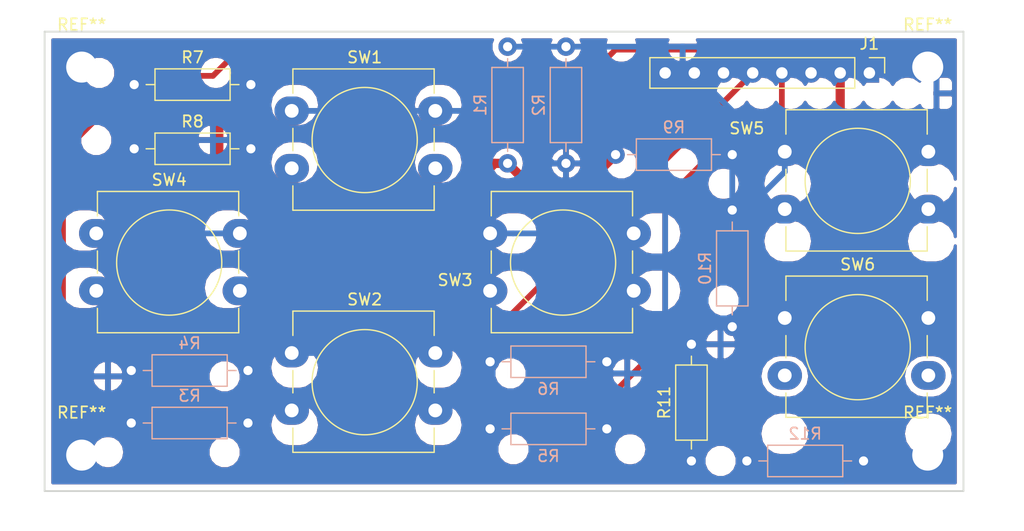
<source format=kicad_pcb>
(kicad_pcb (version 20171130) (host pcbnew "(5.0.0)")

  (general
    (thickness 1.6)
    (drawings 4)
    (tracks 90)
    (zones 0)
    (modules 23)
    (nets 15)
  )

  (page A4)
  (layers
    (0 F.Cu signal)
    (31 B.Cu signal)
    (32 B.Adhes user)
    (33 F.Adhes user)
    (34 B.Paste user)
    (35 F.Paste user)
    (36 B.SilkS user)
    (37 F.SilkS user)
    (38 B.Mask user)
    (39 F.Mask user)
    (40 Dwgs.User user)
    (41 Cmts.User user)
    (42 Eco1.User user)
    (43 Eco2.User user)
    (44 Edge.Cuts user)
    (45 Margin user)
    (46 B.CrtYd user)
    (47 F.CrtYd user)
    (48 B.Fab user hide)
    (49 F.Fab user hide)
  )

  (setup
    (last_trace_width 0.8)
    (user_trace_width 0.5)
    (user_trace_width 0.8)
    (trace_clearance 0.2)
    (zone_clearance 0.508)
    (zone_45_only no)
    (trace_min 0.2)
    (segment_width 0.2)
    (edge_width 0.15)
    (via_size 0.8)
    (via_drill 0.4)
    (via_min_size 0.4)
    (via_min_drill 0.3)
    (uvia_size 0.3)
    (uvia_drill 0.1)
    (uvias_allowed no)
    (uvia_min_size 0.2)
    (uvia_min_drill 0.1)
    (pcb_text_width 0.3)
    (pcb_text_size 1.5 1.5)
    (mod_edge_width 0.15)
    (mod_text_size 1 1)
    (mod_text_width 0.15)
    (pad_size 1.524 1.524)
    (pad_drill 0.762)
    (pad_to_mask_clearance 0.2)
    (aux_axis_origin 0 0)
    (visible_elements FFFFFF7F)
    (pcbplotparams
      (layerselection 0x010fc_ffffffff)
      (usegerberextensions false)
      (usegerberattributes false)
      (usegerberadvancedattributes false)
      (creategerberjobfile false)
      (excludeedgelayer true)
      (linewidth 0.100000)
      (plotframeref false)
      (viasonmask false)
      (mode 1)
      (useauxorigin false)
      (hpglpennumber 1)
      (hpglpenspeed 20)
      (hpglpendiameter 15.000000)
      (psnegative false)
      (psa4output false)
      (plotreference true)
      (plotvalue true)
      (plotinvisibletext false)
      (padsonsilk false)
      (subtractmaskfromsilk false)
      (outputformat 1)
      (mirror false)
      (drillshape 1)
      (scaleselection 1)
      (outputdirectory ""))
  )

  (net 0 "")
  (net 1 GND)
  (net 2 "Net-(J1-Pad3)")
  (net 3 "Net-(J1-Pad8)")
  (net 4 "Net-(J1-Pad7)")
  (net 5 "Net-(J1-Pad6)")
  (net 6 "Net-(J1-Pad5)")
  (net 7 "Net-(J1-Pad4)")
  (net 8 /VCC)
  (net 9 "Net-(R2-Pad2)")
  (net 10 "Net-(R10-Pad2)")
  (net 11 "Net-(R8-Pad2)")
  (net 12 "Net-(R6-Pad2)")
  (net 13 "Net-(R4-Pad2)")
  (net 14 "Net-(R12-Pad2)")

  (net_class Default "Esta Ã© a classe de net padrÃ£o."
    (clearance 0.2)
    (trace_width 0.25)
    (via_dia 0.8)
    (via_drill 0.4)
    (uvia_dia 0.3)
    (uvia_drill 0.1)
    (add_net /VCC)
    (add_net GND)
    (add_net "Net-(J1-Pad3)")
    (add_net "Net-(J1-Pad4)")
    (add_net "Net-(J1-Pad5)")
    (add_net "Net-(J1-Pad6)")
    (add_net "Net-(J1-Pad7)")
    (add_net "Net-(J1-Pad8)")
    (add_net "Net-(R10-Pad2)")
    (add_net "Net-(R12-Pad2)")
    (add_net "Net-(R2-Pad2)")
    (add_net "Net-(R4-Pad2)")
    (add_net "Net-(R6-Pad2)")
    (add_net "Net-(R8-Pad2)")
  )

  (module Button_Switch_THT:SW_PUSH-12mm_Wuerth-430476085716 (layer F.Cu) (tedit 5A02FE31) (tstamp 5C8CDE8D)
    (at 234.442 90.932)
    (descr "SW PUSH 12mm http://katalog.we-online.de/em/datasheet/430476085716.pdf")
    (tags "tact sw push 12mm")
    (path /5C7EEE56)
    (fp_text reference SW6 (at 6.35 -4.66) (layer F.SilkS)
      (effects (font (size 1 1) (thickness 0.15)))
    )
    (fp_text value return (at 6.35 9.93) (layer F.Fab)
      (effects (font (size 1 1) (thickness 0.15)))
    )
    (fp_text user %R (at 6.35 2.54) (layer F.Fab)
      (effects (font (size 1 1) (thickness 0.15)))
    )
    (fp_line (start 14.25 -3.75) (end -1.75 -3.75) (layer F.CrtYd) (width 0.05))
    (fp_line (start 14.25 8.75) (end 14.25 -3.75) (layer F.CrtYd) (width 0.05))
    (fp_line (start -1.75 8.75) (end 14.25 8.75) (layer F.CrtYd) (width 0.05))
    (fp_line (start -1.75 -3.75) (end -1.75 8.75) (layer F.CrtYd) (width 0.05))
    (fp_line (start 0.1 3.47) (end 0.1 1.53) (layer F.SilkS) (width 0.12))
    (fp_line (start 0.1 8.65) (end 0.1 6.53) (layer F.SilkS) (width 0.12))
    (fp_line (start 12.4 8.65) (end 0.1 8.65) (layer F.SilkS) (width 0.12))
    (fp_line (start 12.4 6.53) (end 12.4 8.65) (layer F.SilkS) (width 0.12))
    (fp_line (start 12.4 1.53) (end 12.4 3.47) (layer F.SilkS) (width 0.12))
    (fp_line (start 12.4 -3.65) (end 12.4 -1.53) (layer F.SilkS) (width 0.12))
    (fp_line (start 0.1 -3.65) (end 12.4 -3.65) (layer F.SilkS) (width 0.12))
    (fp_line (start 0.1 -1.53) (end 0.1 -3.65) (layer F.SilkS) (width 0.12))
    (fp_line (start 12.25 -3.5) (end 0.25 -3.5) (layer F.Fab) (width 0.1))
    (fp_line (start 12.25 8.5) (end 12.25 -3.5) (layer F.Fab) (width 0.1))
    (fp_line (start 0.25 8.5) (end 12.25 8.5) (layer F.Fab) (width 0.1))
    (fp_line (start 0.25 -3.5) (end 0.25 8.5) (layer F.Fab) (width 0.1))
    (fp_circle (center 6.35 2.54) (end 10.92905 2.54) (layer F.SilkS) (width 0.12))
    (pad 2 thru_hole oval (at 0 5) (size 3 2.5) (drill 1.2) (layers *.Cu *.Mask)
      (net 1 GND))
    (pad 1 thru_hole oval (at 0 0) (size 3 2.5) (drill 1.2) (layers *.Cu *.Mask)
      (net 14 "Net-(R12-Pad2)"))
    (pad 2 thru_hole oval (at 12.5 5) (size 3 2.5) (drill 1.2) (layers *.Cu *.Mask)
      (net 1 GND))
    (pad 1 thru_hole oval (at 12.5 0) (size 3 2.5) (drill 1.2) (layers *.Cu *.Mask)
      (net 14 "Net-(R12-Pad2)"))
    (model ${KISYS3DMOD}/Button_Switch_THT.3dshapes/SW_PUSH-12mm_Wuerth-430476085716.wrl
      (at (xyz 0 0 0))
      (scale (xyz 1 1 1))
      (rotate (xyz 0 0 0))
    )
  )

  (module Button_Switch_THT:SW_PUSH-12mm_Wuerth-430476085716 (layer F.Cu) (tedit 5A02FE31) (tstamp 5C8CDE73)
    (at 234.442 76.454)
    (descr "SW PUSH 12mm http://katalog.we-online.de/em/datasheet/430476085716.pdf")
    (tags "tact sw push 12mm")
    (path /5C7EE961)
    (fp_text reference SW5 (at -3.302 -2.032) (layer F.SilkS)
      (effects (font (size 1 1) (thickness 0.15)))
    )
    (fp_text value confirm (at 6.35 9.93) (layer F.Fab)
      (effects (font (size 1 1) (thickness 0.15)))
    )
    (fp_circle (center 6.35 2.54) (end 10.92905 2.54) (layer F.SilkS) (width 0.12))
    (fp_line (start 0.25 -3.5) (end 0.25 8.5) (layer F.Fab) (width 0.1))
    (fp_line (start 0.25 8.5) (end 12.25 8.5) (layer F.Fab) (width 0.1))
    (fp_line (start 12.25 8.5) (end 12.25 -3.5) (layer F.Fab) (width 0.1))
    (fp_line (start 12.25 -3.5) (end 0.25 -3.5) (layer F.Fab) (width 0.1))
    (fp_line (start 0.1 -1.53) (end 0.1 -3.65) (layer F.SilkS) (width 0.12))
    (fp_line (start 0.1 -3.65) (end 12.4 -3.65) (layer F.SilkS) (width 0.12))
    (fp_line (start 12.4 -3.65) (end 12.4 -1.53) (layer F.SilkS) (width 0.12))
    (fp_line (start 12.4 1.53) (end 12.4 3.47) (layer F.SilkS) (width 0.12))
    (fp_line (start 12.4 6.53) (end 12.4 8.65) (layer F.SilkS) (width 0.12))
    (fp_line (start 12.4 8.65) (end 0.1 8.65) (layer F.SilkS) (width 0.12))
    (fp_line (start 0.1 8.65) (end 0.1 6.53) (layer F.SilkS) (width 0.12))
    (fp_line (start 0.1 3.47) (end 0.1 1.53) (layer F.SilkS) (width 0.12))
    (fp_line (start -1.75 -3.75) (end -1.75 8.75) (layer F.CrtYd) (width 0.05))
    (fp_line (start -1.75 8.75) (end 14.25 8.75) (layer F.CrtYd) (width 0.05))
    (fp_line (start 14.25 8.75) (end 14.25 -3.75) (layer F.CrtYd) (width 0.05))
    (fp_line (start 14.25 -3.75) (end -1.75 -3.75) (layer F.CrtYd) (width 0.05))
    (fp_text user %R (at 6.35 2.54) (layer F.Fab)
      (effects (font (size 1 1) (thickness 0.15)))
    )
    (pad 1 thru_hole oval (at 12.5 0) (size 3 2.5) (drill 1.2) (layers *.Cu *.Mask)
      (net 10 "Net-(R10-Pad2)"))
    (pad 2 thru_hole oval (at 12.5 5) (size 3 2.5) (drill 1.2) (layers *.Cu *.Mask)
      (net 1 GND))
    (pad 1 thru_hole oval (at 0 0) (size 3 2.5) (drill 1.2) (layers *.Cu *.Mask)
      (net 10 "Net-(R10-Pad2)"))
    (pad 2 thru_hole oval (at 0 5) (size 3 2.5) (drill 1.2) (layers *.Cu *.Mask)
      (net 1 GND))
    (model ${KISYS3DMOD}/Button_Switch_THT.3dshapes/SW_PUSH-12mm_Wuerth-430476085716.wrl
      (at (xyz 0 0 0))
      (scale (xyz 1 1 1))
      (rotate (xyz 0 0 0))
    )
  )

  (module Button_Switch_THT:SW_PUSH-12mm_Wuerth-430476085716 (layer F.Cu) (tedit 5A02FE31) (tstamp 5C8CDE59)
    (at 174.498 83.566)
    (descr "SW PUSH 12mm http://katalog.we-online.de/em/datasheet/430476085716.pdf")
    (tags "tact sw push 12mm")
    (path /5C7EE5CA)
    (fp_text reference SW4 (at 6.35 -4.66) (layer F.SilkS)
      (effects (font (size 1 1) (thickness 0.15)))
    )
    (fp_text value left (at 6.35 9.93) (layer F.Fab)
      (effects (font (size 1 1) (thickness 0.15)))
    )
    (fp_text user %R (at 6.35 2.54) (layer F.Fab)
      (effects (font (size 1 1) (thickness 0.15)))
    )
    (fp_line (start 14.25 -3.75) (end -1.75 -3.75) (layer F.CrtYd) (width 0.05))
    (fp_line (start 14.25 8.75) (end 14.25 -3.75) (layer F.CrtYd) (width 0.05))
    (fp_line (start -1.75 8.75) (end 14.25 8.75) (layer F.CrtYd) (width 0.05))
    (fp_line (start -1.75 -3.75) (end -1.75 8.75) (layer F.CrtYd) (width 0.05))
    (fp_line (start 0.1 3.47) (end 0.1 1.53) (layer F.SilkS) (width 0.12))
    (fp_line (start 0.1 8.65) (end 0.1 6.53) (layer F.SilkS) (width 0.12))
    (fp_line (start 12.4 8.65) (end 0.1 8.65) (layer F.SilkS) (width 0.12))
    (fp_line (start 12.4 6.53) (end 12.4 8.65) (layer F.SilkS) (width 0.12))
    (fp_line (start 12.4 1.53) (end 12.4 3.47) (layer F.SilkS) (width 0.12))
    (fp_line (start 12.4 -3.65) (end 12.4 -1.53) (layer F.SilkS) (width 0.12))
    (fp_line (start 0.1 -3.65) (end 12.4 -3.65) (layer F.SilkS) (width 0.12))
    (fp_line (start 0.1 -1.53) (end 0.1 -3.65) (layer F.SilkS) (width 0.12))
    (fp_line (start 12.25 -3.5) (end 0.25 -3.5) (layer F.Fab) (width 0.1))
    (fp_line (start 12.25 8.5) (end 12.25 -3.5) (layer F.Fab) (width 0.1))
    (fp_line (start 0.25 8.5) (end 12.25 8.5) (layer F.Fab) (width 0.1))
    (fp_line (start 0.25 -3.5) (end 0.25 8.5) (layer F.Fab) (width 0.1))
    (fp_circle (center 6.35 2.54) (end 10.92905 2.54) (layer F.SilkS) (width 0.12))
    (pad 2 thru_hole oval (at 0 5) (size 3 2.5) (drill 1.2) (layers *.Cu *.Mask)
      (net 1 GND))
    (pad 1 thru_hole oval (at 0 0) (size 3 2.5) (drill 1.2) (layers *.Cu *.Mask)
      (net 11 "Net-(R8-Pad2)"))
    (pad 2 thru_hole oval (at 12.5 5) (size 3 2.5) (drill 1.2) (layers *.Cu *.Mask)
      (net 1 GND))
    (pad 1 thru_hole oval (at 12.5 0) (size 3 2.5) (drill 1.2) (layers *.Cu *.Mask)
      (net 11 "Net-(R8-Pad2)"))
    (model ${KISYS3DMOD}/Button_Switch_THT.3dshapes/SW_PUSH-12mm_Wuerth-430476085716.wrl
      (at (xyz 0 0 0))
      (scale (xyz 1 1 1))
      (rotate (xyz 0 0 0))
    )
  )

  (module Button_Switch_THT:SW_PUSH-12mm_Wuerth-430476085716 (layer F.Cu) (tedit 5A02FE31) (tstamp 5C8CDE3F)
    (at 208.788 83.566)
    (descr "SW PUSH 12mm http://katalog.we-online.de/em/datasheet/430476085716.pdf")
    (tags "tact sw push 12mm")
    (path /5C7EE331)
    (fp_text reference SW3 (at -3.048 4.064 180) (layer F.SilkS)
      (effects (font (size 1 1) (thickness 0.15)))
    )
    (fp_text value right (at 6.35 9.93) (layer F.Fab)
      (effects (font (size 1 1) (thickness 0.15)))
    )
    (fp_circle (center 6.35 2.54) (end 10.92905 2.54) (layer F.SilkS) (width 0.12))
    (fp_line (start 0.25 -3.5) (end 0.25 8.5) (layer F.Fab) (width 0.1))
    (fp_line (start 0.25 8.5) (end 12.25 8.5) (layer F.Fab) (width 0.1))
    (fp_line (start 12.25 8.5) (end 12.25 -3.5) (layer F.Fab) (width 0.1))
    (fp_line (start 12.25 -3.5) (end 0.25 -3.5) (layer F.Fab) (width 0.1))
    (fp_line (start 0.1 -1.53) (end 0.1 -3.65) (layer F.SilkS) (width 0.12))
    (fp_line (start 0.1 -3.65) (end 12.4 -3.65) (layer F.SilkS) (width 0.12))
    (fp_line (start 12.4 -3.65) (end 12.4 -1.53) (layer F.SilkS) (width 0.12))
    (fp_line (start 12.4 1.53) (end 12.4 3.47) (layer F.SilkS) (width 0.12))
    (fp_line (start 12.4 6.53) (end 12.4 8.65) (layer F.SilkS) (width 0.12))
    (fp_line (start 12.4 8.65) (end 0.1 8.65) (layer F.SilkS) (width 0.12))
    (fp_line (start 0.1 8.65) (end 0.1 6.53) (layer F.SilkS) (width 0.12))
    (fp_line (start 0.1 3.47) (end 0.1 1.53) (layer F.SilkS) (width 0.12))
    (fp_line (start -1.75 -3.75) (end -1.75 8.75) (layer F.CrtYd) (width 0.05))
    (fp_line (start -1.75 8.75) (end 14.25 8.75) (layer F.CrtYd) (width 0.05))
    (fp_line (start 14.25 8.75) (end 14.25 -3.75) (layer F.CrtYd) (width 0.05))
    (fp_line (start 14.25 -3.75) (end -1.75 -3.75) (layer F.CrtYd) (width 0.05))
    (fp_text user %R (at 6.35 2.54) (layer F.Fab)
      (effects (font (size 1 1) (thickness 0.15)))
    )
    (pad 1 thru_hole oval (at 12.5 0) (size 3 2.5) (drill 1.2) (layers *.Cu *.Mask)
      (net 12 "Net-(R6-Pad2)"))
    (pad 2 thru_hole oval (at 12.5 5) (size 3 2.5) (drill 1.2) (layers *.Cu *.Mask)
      (net 1 GND))
    (pad 1 thru_hole oval (at 0 0) (size 3 2.5) (drill 1.2) (layers *.Cu *.Mask)
      (net 12 "Net-(R6-Pad2)"))
    (pad 2 thru_hole oval (at 0 5) (size 3 2.5) (drill 1.2) (layers *.Cu *.Mask)
      (net 1 GND))
    (model ${KISYS3DMOD}/Button_Switch_THT.3dshapes/SW_PUSH-12mm_Wuerth-430476085716.wrl
      (at (xyz 0 0 0))
      (scale (xyz 1 1 1))
      (rotate (xyz 0 0 0))
    )
  )

  (module Button_Switch_THT:SW_PUSH-12mm_Wuerth-430476085716 (layer F.Cu) (tedit 5A02FE31) (tstamp 5C8CDE25)
    (at 191.516 93.98)
    (descr "SW PUSH 12mm http://katalog.we-online.de/em/datasheet/430476085716.pdf")
    (tags "tact sw push 12mm")
    (path /5C7EE196)
    (fp_text reference SW2 (at 6.35 -4.66) (layer F.SilkS)
      (effects (font (size 1 1) (thickness 0.15)))
    )
    (fp_text value down (at 6.35 9.93) (layer F.Fab)
      (effects (font (size 1 1) (thickness 0.15)))
    )
    (fp_text user %R (at 6.35 2.54) (layer F.Fab)
      (effects (font (size 1 1) (thickness 0.15)))
    )
    (fp_line (start 14.25 -3.75) (end -1.75 -3.75) (layer F.CrtYd) (width 0.05))
    (fp_line (start 14.25 8.75) (end 14.25 -3.75) (layer F.CrtYd) (width 0.05))
    (fp_line (start -1.75 8.75) (end 14.25 8.75) (layer F.CrtYd) (width 0.05))
    (fp_line (start -1.75 -3.75) (end -1.75 8.75) (layer F.CrtYd) (width 0.05))
    (fp_line (start 0.1 3.47) (end 0.1 1.53) (layer F.SilkS) (width 0.12))
    (fp_line (start 0.1 8.65) (end 0.1 6.53) (layer F.SilkS) (width 0.12))
    (fp_line (start 12.4 8.65) (end 0.1 8.65) (layer F.SilkS) (width 0.12))
    (fp_line (start 12.4 6.53) (end 12.4 8.65) (layer F.SilkS) (width 0.12))
    (fp_line (start 12.4 1.53) (end 12.4 3.47) (layer F.SilkS) (width 0.12))
    (fp_line (start 12.4 -3.65) (end 12.4 -1.53) (layer F.SilkS) (width 0.12))
    (fp_line (start 0.1 -3.65) (end 12.4 -3.65) (layer F.SilkS) (width 0.12))
    (fp_line (start 0.1 -1.53) (end 0.1 -3.65) (layer F.SilkS) (width 0.12))
    (fp_line (start 12.25 -3.5) (end 0.25 -3.5) (layer F.Fab) (width 0.1))
    (fp_line (start 12.25 8.5) (end 12.25 -3.5) (layer F.Fab) (width 0.1))
    (fp_line (start 0.25 8.5) (end 12.25 8.5) (layer F.Fab) (width 0.1))
    (fp_line (start 0.25 -3.5) (end 0.25 8.5) (layer F.Fab) (width 0.1))
    (fp_circle (center 6.35 2.54) (end 10.92905 2.54) (layer F.SilkS) (width 0.12))
    (pad 2 thru_hole oval (at 0 5) (size 3 2.5) (drill 1.2) (layers *.Cu *.Mask)
      (net 1 GND))
    (pad 1 thru_hole oval (at 0 0) (size 3 2.5) (drill 1.2) (layers *.Cu *.Mask)
      (net 13 "Net-(R4-Pad2)"))
    (pad 2 thru_hole oval (at 12.5 5) (size 3 2.5) (drill 1.2) (layers *.Cu *.Mask)
      (net 1 GND))
    (pad 1 thru_hole oval (at 12.5 0) (size 3 2.5) (drill 1.2) (layers *.Cu *.Mask)
      (net 13 "Net-(R4-Pad2)"))
    (model ${KISYS3DMOD}/Button_Switch_THT.3dshapes/SW_PUSH-12mm_Wuerth-430476085716.wrl
      (at (xyz 0 0 0))
      (scale (xyz 1 1 1))
      (rotate (xyz 0 0 0))
    )
  )

  (module Button_Switch_THT:SW_PUSH-12mm_Wuerth-430476085716 (layer F.Cu) (tedit 5A02FE31) (tstamp 5C8CDE0B)
    (at 191.516 72.898)
    (descr "SW PUSH 12mm http://katalog.we-online.de/em/datasheet/430476085716.pdf")
    (tags "tact sw push 12mm")
    (path /5C7EDF09)
    (fp_text reference SW1 (at 6.35 -4.66) (layer F.SilkS)
      (effects (font (size 1 1) (thickness 0.15)))
    )
    (fp_text value up (at 6.35 9.93) (layer F.Fab)
      (effects (font (size 1 1) (thickness 0.15)))
    )
    (fp_circle (center 6.35 2.54) (end 10.92905 2.54) (layer F.SilkS) (width 0.12))
    (fp_line (start 0.25 -3.5) (end 0.25 8.5) (layer F.Fab) (width 0.1))
    (fp_line (start 0.25 8.5) (end 12.25 8.5) (layer F.Fab) (width 0.1))
    (fp_line (start 12.25 8.5) (end 12.25 -3.5) (layer F.Fab) (width 0.1))
    (fp_line (start 12.25 -3.5) (end 0.25 -3.5) (layer F.Fab) (width 0.1))
    (fp_line (start 0.1 -1.53) (end 0.1 -3.65) (layer F.SilkS) (width 0.12))
    (fp_line (start 0.1 -3.65) (end 12.4 -3.65) (layer F.SilkS) (width 0.12))
    (fp_line (start 12.4 -3.65) (end 12.4 -1.53) (layer F.SilkS) (width 0.12))
    (fp_line (start 12.4 1.53) (end 12.4 3.47) (layer F.SilkS) (width 0.12))
    (fp_line (start 12.4 6.53) (end 12.4 8.65) (layer F.SilkS) (width 0.12))
    (fp_line (start 12.4 8.65) (end 0.1 8.65) (layer F.SilkS) (width 0.12))
    (fp_line (start 0.1 8.65) (end 0.1 6.53) (layer F.SilkS) (width 0.12))
    (fp_line (start 0.1 3.47) (end 0.1 1.53) (layer F.SilkS) (width 0.12))
    (fp_line (start -1.75 -3.75) (end -1.75 8.75) (layer F.CrtYd) (width 0.05))
    (fp_line (start -1.75 8.75) (end 14.25 8.75) (layer F.CrtYd) (width 0.05))
    (fp_line (start 14.25 8.75) (end 14.25 -3.75) (layer F.CrtYd) (width 0.05))
    (fp_line (start 14.25 -3.75) (end -1.75 -3.75) (layer F.CrtYd) (width 0.05))
    (fp_text user %R (at 6.35 2.54) (layer F.Fab)
      (effects (font (size 1 1) (thickness 0.15)))
    )
    (pad 1 thru_hole oval (at 12.5 0) (size 3 2.5) (drill 1.2) (layers *.Cu *.Mask)
      (net 9 "Net-(R2-Pad2)"))
    (pad 2 thru_hole oval (at 12.5 5) (size 3 2.5) (drill 1.2) (layers *.Cu *.Mask)
      (net 1 GND))
    (pad 1 thru_hole oval (at 0 0) (size 3 2.5) (drill 1.2) (layers *.Cu *.Mask)
      (net 9 "Net-(R2-Pad2)"))
    (pad 2 thru_hole oval (at 0 5) (size 3 2.5) (drill 1.2) (layers *.Cu *.Mask)
      (net 1 GND))
    (model ${KISYS3DMOD}/Button_Switch_THT.3dshapes/SW_PUSH-12mm_Wuerth-430476085716.wrl
      (at (xyz 0 0 0))
      (scale (xyz 1 1 1))
      (rotate (xyz 0 0 0))
    )
  )

  (module Connector_PinHeader_2.54mm:PinHeader_1x08_P2.54mm_Vertical (layer F.Cu) (tedit 59FED5CC) (tstamp 5C8CDDF1)
    (at 241.808 69.596 270)
    (descr "Through hole straight pin header, 1x08, 2.54mm pitch, single row")
    (tags "Through hole pin header THT 1x08 2.54mm single row")
    (path /5C7EDA13)
    (fp_text reference J1 (at -2.54 0) (layer F.SilkS)
      (effects (font (size 1 1) (thickness 0.15)))
    )
    (fp_text value Conn_01x08_Male (at 0 20.11 270) (layer F.Fab)
      (effects (font (size 1 1) (thickness 0.15)))
    )
    (fp_line (start -0.635 -1.27) (end 1.27 -1.27) (layer F.Fab) (width 0.1))
    (fp_line (start 1.27 -1.27) (end 1.27 19.05) (layer F.Fab) (width 0.1))
    (fp_line (start 1.27 19.05) (end -1.27 19.05) (layer F.Fab) (width 0.1))
    (fp_line (start -1.27 19.05) (end -1.27 -0.635) (layer F.Fab) (width 0.1))
    (fp_line (start -1.27 -0.635) (end -0.635 -1.27) (layer F.Fab) (width 0.1))
    (fp_line (start -1.33 19.11) (end 1.33 19.11) (layer F.SilkS) (width 0.12))
    (fp_line (start -1.33 1.27) (end -1.33 19.11) (layer F.SilkS) (width 0.12))
    (fp_line (start 1.33 1.27) (end 1.33 19.11) (layer F.SilkS) (width 0.12))
    (fp_line (start -1.33 1.27) (end 1.33 1.27) (layer F.SilkS) (width 0.12))
    (fp_line (start -1.33 0) (end -1.33 -1.33) (layer F.SilkS) (width 0.12))
    (fp_line (start -1.33 -1.33) (end 0 -1.33) (layer F.SilkS) (width 0.12))
    (fp_line (start -1.8 -1.8) (end -1.8 19.55) (layer F.CrtYd) (width 0.05))
    (fp_line (start -1.8 19.55) (end 1.8 19.55) (layer F.CrtYd) (width 0.05))
    (fp_line (start 1.8 19.55) (end 1.8 -1.8) (layer F.CrtYd) (width 0.05))
    (fp_line (start 1.8 -1.8) (end -1.8 -1.8) (layer F.CrtYd) (width 0.05))
    (fp_text user %R (at 0 8.89) (layer F.Fab)
      (effects (font (size 1 1) (thickness 0.15)))
    )
    (pad 1 thru_hole rect (at 0 0 270) (size 1.7 1.7) (drill 1) (layers *.Cu *.Mask)
      (net 1 GND))
    (pad 2 thru_hole oval (at 0 2.54 270) (size 1.7 1.7) (drill 1) (layers *.Cu *.Mask)
      (net 8 /VCC))
    (pad 3 thru_hole oval (at 0 5.08 270) (size 1.7 1.7) (drill 1) (layers *.Cu *.Mask)
      (net 2 "Net-(J1-Pad3)"))
    (pad 4 thru_hole oval (at 0 7.62 270) (size 1.7 1.7) (drill 1) (layers *.Cu *.Mask)
      (net 7 "Net-(J1-Pad4)"))
    (pad 5 thru_hole oval (at 0 10.16 270) (size 1.7 1.7) (drill 1) (layers *.Cu *.Mask)
      (net 6 "Net-(J1-Pad5)"))
    (pad 6 thru_hole oval (at 0 12.7 270) (size 1.7 1.7) (drill 1) (layers *.Cu *.Mask)
      (net 5 "Net-(J1-Pad6)"))
    (pad 7 thru_hole oval (at 0 15.24 270) (size 1.7 1.7) (drill 1) (layers *.Cu *.Mask)
      (net 4 "Net-(J1-Pad7)"))
    (pad 8 thru_hole oval (at 0 17.78 270) (size 1.7 1.7) (drill 1) (layers *.Cu *.Mask)
      (net 3 "Net-(J1-Pad8)"))
    (model ${KISYS3DMOD}/Connector_PinHeader_2.54mm.3dshapes/PinHeader_1x08_P2.54mm_Vertical.wrl
      (at (xyz 0 0 0))
      (scale (xyz 1 1 1))
      (rotate (xyz 0 0 0))
    )
  )

  (module Resistor_THT:R_Axial_DIN0207_L6.3mm_D2.5mm_P10.16mm_Horizontal (layer B.Cu) (tedit 5AE5139B) (tstamp 5C8CDDD5)
    (at 241.3 103.378 180)
    (descr "Resistor, Axial_DIN0207 series, Axial, Horizontal, pin pitch=10.16mm, 0.25W = 1/4W, length*diameter=6.3*2.5mm^2, http://cdn-reichelt.de/documents/datenblatt/B400/1_4W%23YAG.pdf")
    (tags "Resistor Axial_DIN0207 series Axial Horizontal pin pitch 10.16mm 0.25W = 1/4W length 6.3mm diameter 2.5mm")
    (path /5C7EEE4A)
    (fp_text reference R12 (at 5.08 2.37 180) (layer B.SilkS)
      (effects (font (size 1 1) (thickness 0.15)) (justify mirror))
    )
    (fp_text value 1K (at 5.08 -2.37 180) (layer B.Fab)
      (effects (font (size 1 1) (thickness 0.15)) (justify mirror))
    )
    (fp_text user %R (at 5.08 0 180) (layer B.Fab)
      (effects (font (size 1 1) (thickness 0.15)) (justify mirror))
    )
    (fp_line (start 11.21 1.5) (end -1.05 1.5) (layer B.CrtYd) (width 0.05))
    (fp_line (start 11.21 -1.5) (end 11.21 1.5) (layer B.CrtYd) (width 0.05))
    (fp_line (start -1.05 -1.5) (end 11.21 -1.5) (layer B.CrtYd) (width 0.05))
    (fp_line (start -1.05 1.5) (end -1.05 -1.5) (layer B.CrtYd) (width 0.05))
    (fp_line (start 9.12 0) (end 8.35 0) (layer B.SilkS) (width 0.12))
    (fp_line (start 1.04 0) (end 1.81 0) (layer B.SilkS) (width 0.12))
    (fp_line (start 8.35 1.37) (end 1.81 1.37) (layer B.SilkS) (width 0.12))
    (fp_line (start 8.35 -1.37) (end 8.35 1.37) (layer B.SilkS) (width 0.12))
    (fp_line (start 1.81 -1.37) (end 8.35 -1.37) (layer B.SilkS) (width 0.12))
    (fp_line (start 1.81 1.37) (end 1.81 -1.37) (layer B.SilkS) (width 0.12))
    (fp_line (start 10.16 0) (end 8.23 0) (layer B.Fab) (width 0.1))
    (fp_line (start 0 0) (end 1.93 0) (layer B.Fab) (width 0.1))
    (fp_line (start 8.23 1.25) (end 1.93 1.25) (layer B.Fab) (width 0.1))
    (fp_line (start 8.23 -1.25) (end 8.23 1.25) (layer B.Fab) (width 0.1))
    (fp_line (start 1.93 -1.25) (end 8.23 -1.25) (layer B.Fab) (width 0.1))
    (fp_line (start 1.93 1.25) (end 1.93 -1.25) (layer B.Fab) (width 0.1))
    (pad 2 thru_hole oval (at 10.16 0 180) (size 1.6 1.6) (drill 0.8) (layers *.Cu *.Mask)
      (net 14 "Net-(R12-Pad2)"))
    (pad 1 thru_hole circle (at 0 0 180) (size 1.6 1.6) (drill 0.8) (layers *.Cu *.Mask)
      (net 3 "Net-(J1-Pad8)"))
    (model ${KISYS3DMOD}/Resistor_THT.3dshapes/R_Axial_DIN0207_L6.3mm_D2.5mm_P10.16mm_Horizontal.wrl
      (at (xyz 0 0 0))
      (scale (xyz 1 1 1))
      (rotate (xyz 0 0 0))
    )
  )

  (module Resistor_THT:R_Axial_DIN0207_L6.3mm_D2.5mm_P10.16mm_Horizontal (layer B.Cu) (tedit 5AE5139B) (tstamp 5C8CDDBE)
    (at 187.706 100.076 180)
    (descr "Resistor, Axial_DIN0207 series, Axial, Horizontal, pin pitch=10.16mm, 0.25W = 1/4W, length*diameter=6.3*2.5mm^2, http://cdn-reichelt.de/documents/datenblatt/B400/1_4W%23YAG.pdf")
    (tags "Resistor Axial_DIN0207 series Axial Horizontal pin pitch 10.16mm 0.25W = 1/4W length 6.3mm diameter 2.5mm")
    (path /5C7EE190)
    (fp_text reference R3 (at 5.08 2.37 180) (layer B.SilkS)
      (effects (font (size 1 1) (thickness 0.15)) (justify mirror))
    )
    (fp_text value 100 (at 5.08 -2.37 180) (layer B.Fab)
      (effects (font (size 1 1) (thickness 0.15)) (justify mirror))
    )
    (fp_line (start 1.93 1.25) (end 1.93 -1.25) (layer B.Fab) (width 0.1))
    (fp_line (start 1.93 -1.25) (end 8.23 -1.25) (layer B.Fab) (width 0.1))
    (fp_line (start 8.23 -1.25) (end 8.23 1.25) (layer B.Fab) (width 0.1))
    (fp_line (start 8.23 1.25) (end 1.93 1.25) (layer B.Fab) (width 0.1))
    (fp_line (start 0 0) (end 1.93 0) (layer B.Fab) (width 0.1))
    (fp_line (start 10.16 0) (end 8.23 0) (layer B.Fab) (width 0.1))
    (fp_line (start 1.81 1.37) (end 1.81 -1.37) (layer B.SilkS) (width 0.12))
    (fp_line (start 1.81 -1.37) (end 8.35 -1.37) (layer B.SilkS) (width 0.12))
    (fp_line (start 8.35 -1.37) (end 8.35 1.37) (layer B.SilkS) (width 0.12))
    (fp_line (start 8.35 1.37) (end 1.81 1.37) (layer B.SilkS) (width 0.12))
    (fp_line (start 1.04 0) (end 1.81 0) (layer B.SilkS) (width 0.12))
    (fp_line (start 9.12 0) (end 8.35 0) (layer B.SilkS) (width 0.12))
    (fp_line (start -1.05 1.5) (end -1.05 -1.5) (layer B.CrtYd) (width 0.05))
    (fp_line (start -1.05 -1.5) (end 11.21 -1.5) (layer B.CrtYd) (width 0.05))
    (fp_line (start 11.21 -1.5) (end 11.21 1.5) (layer B.CrtYd) (width 0.05))
    (fp_line (start 11.21 1.5) (end -1.05 1.5) (layer B.CrtYd) (width 0.05))
    (fp_text user %R (at 5.08 0 180) (layer F.Fab)
      (effects (font (size 1 1) (thickness 0.15)))
    )
    (pad 1 thru_hole circle (at 0 0 180) (size 1.6 1.6) (drill 0.8) (layers *.Cu *.Mask)
      (net 7 "Net-(J1-Pad4)"))
    (pad 2 thru_hole oval (at 10.16 0 180) (size 1.6 1.6) (drill 0.8) (layers *.Cu *.Mask)
      (net 8 /VCC))
    (model ${KISYS3DMOD}/Resistor_THT.3dshapes/R_Axial_DIN0207_L6.3mm_D2.5mm_P10.16mm_Horizontal.wrl
      (at (xyz 0 0 0))
      (scale (xyz 1 1 1))
      (rotate (xyz 0 0 0))
    )
  )

  (module Resistor_THT:R_Axial_DIN0207_L6.3mm_D2.5mm_P10.16mm_Horizontal (layer B.Cu) (tedit 5AE5139B) (tstamp 5C8CDDA7)
    (at 187.706 95.504 180)
    (descr "Resistor, Axial_DIN0207 series, Axial, Horizontal, pin pitch=10.16mm, 0.25W = 1/4W, length*diameter=6.3*2.5mm^2, http://cdn-reichelt.de/documents/datenblatt/B400/1_4W%23YAG.pdf")
    (tags "Resistor Axial_DIN0207 series Axial Horizontal pin pitch 10.16mm 0.25W = 1/4W length 6.3mm diameter 2.5mm")
    (path /5C7EE18A)
    (fp_text reference R4 (at 5.08 2.37 180) (layer B.SilkS)
      (effects (font (size 1 1) (thickness 0.15)) (justify mirror))
    )
    (fp_text value 1K (at 5.08 -2.37 180) (layer B.Fab)
      (effects (font (size 1 1) (thickness 0.15)) (justify mirror))
    )
    (fp_text user %R (at 5.08 0 180) (layer B.Fab)
      (effects (font (size 1 1) (thickness 0.15)) (justify mirror))
    )
    (fp_line (start 11.21 1.5) (end -1.05 1.5) (layer B.CrtYd) (width 0.05))
    (fp_line (start 11.21 -1.5) (end 11.21 1.5) (layer B.CrtYd) (width 0.05))
    (fp_line (start -1.05 -1.5) (end 11.21 -1.5) (layer B.CrtYd) (width 0.05))
    (fp_line (start -1.05 1.5) (end -1.05 -1.5) (layer B.CrtYd) (width 0.05))
    (fp_line (start 9.12 0) (end 8.35 0) (layer B.SilkS) (width 0.12))
    (fp_line (start 1.04 0) (end 1.81 0) (layer B.SilkS) (width 0.12))
    (fp_line (start 8.35 1.37) (end 1.81 1.37) (layer B.SilkS) (width 0.12))
    (fp_line (start 8.35 -1.37) (end 8.35 1.37) (layer B.SilkS) (width 0.12))
    (fp_line (start 1.81 -1.37) (end 8.35 -1.37) (layer B.SilkS) (width 0.12))
    (fp_line (start 1.81 1.37) (end 1.81 -1.37) (layer B.SilkS) (width 0.12))
    (fp_line (start 10.16 0) (end 8.23 0) (layer B.Fab) (width 0.1))
    (fp_line (start 0 0) (end 1.93 0) (layer B.Fab) (width 0.1))
    (fp_line (start 8.23 1.25) (end 1.93 1.25) (layer B.Fab) (width 0.1))
    (fp_line (start 8.23 -1.25) (end 8.23 1.25) (layer B.Fab) (width 0.1))
    (fp_line (start 1.93 -1.25) (end 8.23 -1.25) (layer B.Fab) (width 0.1))
    (fp_line (start 1.93 1.25) (end 1.93 -1.25) (layer B.Fab) (width 0.1))
    (pad 2 thru_hole oval (at 10.16 0 180) (size 1.6 1.6) (drill 0.8) (layers *.Cu *.Mask)
      (net 13 "Net-(R4-Pad2)"))
    (pad 1 thru_hole circle (at 0 0 180) (size 1.6 1.6) (drill 0.8) (layers *.Cu *.Mask)
      (net 7 "Net-(J1-Pad4)"))
    (model ${KISYS3DMOD}/Resistor_THT.3dshapes/R_Axial_DIN0207_L6.3mm_D2.5mm_P10.16mm_Horizontal.wrl
      (at (xyz 0 0 0))
      (scale (xyz 1 1 1))
      (rotate (xyz 0 0 0))
    )
  )

  (module Resistor_THT:R_Axial_DIN0207_L6.3mm_D2.5mm_P10.16mm_Horizontal (layer B.Cu) (tedit 5AE5139B) (tstamp 5C8CDD90)
    (at 208.788 100.584)
    (descr "Resistor, Axial_DIN0207 series, Axial, Horizontal, pin pitch=10.16mm, 0.25W = 1/4W, length*diameter=6.3*2.5mm^2, http://cdn-reichelt.de/documents/datenblatt/B400/1_4W%23YAG.pdf")
    (tags "Resistor Axial_DIN0207 series Axial Horizontal pin pitch 10.16mm 0.25W = 1/4W length 6.3mm diameter 2.5mm")
    (path /5C7EE32B)
    (fp_text reference R5 (at 5.08 2.37) (layer B.SilkS)
      (effects (font (size 1 1) (thickness 0.15)) (justify mirror))
    )
    (fp_text value 100 (at 5.08 -2.37) (layer B.Fab)
      (effects (font (size 1 1) (thickness 0.15)) (justify mirror))
    )
    (fp_line (start 1.93 1.25) (end 1.93 -1.25) (layer B.Fab) (width 0.1))
    (fp_line (start 1.93 -1.25) (end 8.23 -1.25) (layer B.Fab) (width 0.1))
    (fp_line (start 8.23 -1.25) (end 8.23 1.25) (layer B.Fab) (width 0.1))
    (fp_line (start 8.23 1.25) (end 1.93 1.25) (layer B.Fab) (width 0.1))
    (fp_line (start 0 0) (end 1.93 0) (layer B.Fab) (width 0.1))
    (fp_line (start 10.16 0) (end 8.23 0) (layer B.Fab) (width 0.1))
    (fp_line (start 1.81 1.37) (end 1.81 -1.37) (layer B.SilkS) (width 0.12))
    (fp_line (start 1.81 -1.37) (end 8.35 -1.37) (layer B.SilkS) (width 0.12))
    (fp_line (start 8.35 -1.37) (end 8.35 1.37) (layer B.SilkS) (width 0.12))
    (fp_line (start 8.35 1.37) (end 1.81 1.37) (layer B.SilkS) (width 0.12))
    (fp_line (start 1.04 0) (end 1.81 0) (layer B.SilkS) (width 0.12))
    (fp_line (start 9.12 0) (end 8.35 0) (layer B.SilkS) (width 0.12))
    (fp_line (start -1.05 1.5) (end -1.05 -1.5) (layer B.CrtYd) (width 0.05))
    (fp_line (start -1.05 -1.5) (end 11.21 -1.5) (layer B.CrtYd) (width 0.05))
    (fp_line (start 11.21 -1.5) (end 11.21 1.5) (layer B.CrtYd) (width 0.05))
    (fp_line (start 11.21 1.5) (end -1.05 1.5) (layer B.CrtYd) (width 0.05))
    (fp_text user %R (at 5.08 0) (layer B.Fab)
      (effects (font (size 1 1) (thickness 0.15)) (justify mirror))
    )
    (pad 1 thru_hole circle (at 0 0) (size 1.6 1.6) (drill 0.8) (layers *.Cu *.Mask)
      (net 6 "Net-(J1-Pad5)"))
    (pad 2 thru_hole oval (at 10.16 0) (size 1.6 1.6) (drill 0.8) (layers *.Cu *.Mask)
      (net 8 /VCC))
    (model ${KISYS3DMOD}/Resistor_THT.3dshapes/R_Axial_DIN0207_L6.3mm_D2.5mm_P10.16mm_Horizontal.wrl
      (at (xyz 0 0 0))
      (scale (xyz 1 1 1))
      (rotate (xyz 0 0 0))
    )
  )

  (module Resistor_THT:R_Axial_DIN0207_L6.3mm_D2.5mm_P10.16mm_Horizontal (layer B.Cu) (tedit 5AE5139B) (tstamp 5C8CDD79)
    (at 208.788 94.742)
    (descr "Resistor, Axial_DIN0207 series, Axial, Horizontal, pin pitch=10.16mm, 0.25W = 1/4W, length*diameter=6.3*2.5mm^2, http://cdn-reichelt.de/documents/datenblatt/B400/1_4W%23YAG.pdf")
    (tags "Resistor Axial_DIN0207 series Axial Horizontal pin pitch 10.16mm 0.25W = 1/4W length 6.3mm diameter 2.5mm")
    (path /5C7EE325)
    (fp_text reference R6 (at 5.08 2.37) (layer B.SilkS)
      (effects (font (size 1 1) (thickness 0.15)) (justify mirror))
    )
    (fp_text value 1K (at 5.08 -2.37) (layer B.Fab)
      (effects (font (size 1 1) (thickness 0.15)) (justify mirror))
    )
    (fp_text user %R (at 5.08 0) (layer B.Fab)
      (effects (font (size 1 1) (thickness 0.15)) (justify mirror))
    )
    (fp_line (start 11.21 1.5) (end -1.05 1.5) (layer B.CrtYd) (width 0.05))
    (fp_line (start 11.21 -1.5) (end 11.21 1.5) (layer B.CrtYd) (width 0.05))
    (fp_line (start -1.05 -1.5) (end 11.21 -1.5) (layer B.CrtYd) (width 0.05))
    (fp_line (start -1.05 1.5) (end -1.05 -1.5) (layer B.CrtYd) (width 0.05))
    (fp_line (start 9.12 0) (end 8.35 0) (layer B.SilkS) (width 0.12))
    (fp_line (start 1.04 0) (end 1.81 0) (layer B.SilkS) (width 0.12))
    (fp_line (start 8.35 1.37) (end 1.81 1.37) (layer B.SilkS) (width 0.12))
    (fp_line (start 8.35 -1.37) (end 8.35 1.37) (layer B.SilkS) (width 0.12))
    (fp_line (start 1.81 -1.37) (end 8.35 -1.37) (layer B.SilkS) (width 0.12))
    (fp_line (start 1.81 1.37) (end 1.81 -1.37) (layer B.SilkS) (width 0.12))
    (fp_line (start 10.16 0) (end 8.23 0) (layer B.Fab) (width 0.1))
    (fp_line (start 0 0) (end 1.93 0) (layer B.Fab) (width 0.1))
    (fp_line (start 8.23 1.25) (end 1.93 1.25) (layer B.Fab) (width 0.1))
    (fp_line (start 8.23 -1.25) (end 8.23 1.25) (layer B.Fab) (width 0.1))
    (fp_line (start 1.93 -1.25) (end 8.23 -1.25) (layer B.Fab) (width 0.1))
    (fp_line (start 1.93 1.25) (end 1.93 -1.25) (layer B.Fab) (width 0.1))
    (pad 2 thru_hole oval (at 10.16 0) (size 1.6 1.6) (drill 0.8) (layers *.Cu *.Mask)
      (net 12 "Net-(R6-Pad2)"))
    (pad 1 thru_hole circle (at 0 0) (size 1.6 1.6) (drill 0.8) (layers *.Cu *.Mask)
      (net 6 "Net-(J1-Pad5)"))
    (model ${KISYS3DMOD}/Resistor_THT.3dshapes/R_Axial_DIN0207_L6.3mm_D2.5mm_P10.16mm_Horizontal.wrl
      (at (xyz 0 0 0))
      (scale (xyz 1 1 1))
      (rotate (xyz 0 0 0))
    )
  )

  (module Resistor_THT:R_Axial_DIN0207_L6.3mm_D2.5mm_P10.16mm_Horizontal (layer F.Cu) (tedit 5C7EE7C0) (tstamp 5C8CDD62)
    (at 177.8 70.612)
    (descr "Resistor, Axial_DIN0207 series, Axial, Horizontal, pin pitch=10.16mm, 0.25W = 1/4W, length*diameter=6.3*2.5mm^2, http://cdn-reichelt.de/documents/datenblatt/B400/1_4W%23YAG.pdf")
    (tags "Resistor Axial_DIN0207 series Axial Horizontal pin pitch 10.16mm 0.25W = 1/4W length 6.3mm diameter 2.5mm")
    (path /5C7EE5C4)
    (fp_text reference R7 (at 5.08 -2.37) (layer F.SilkS)
      (effects (font (size 1 1) (thickness 0.15)))
    )
    (fp_text value 100 (at 7.874 -2.54) (layer F.Fab)
      (effects (font (size 1 1) (thickness 0.15)))
    )
    (fp_line (start 1.93 -1.25) (end 1.93 1.25) (layer F.Fab) (width 0.1))
    (fp_line (start 1.93 1.25) (end 8.23 1.25) (layer F.Fab) (width 0.1))
    (fp_line (start 8.23 1.25) (end 8.23 -1.25) (layer F.Fab) (width 0.1))
    (fp_line (start 8.23 -1.25) (end 1.93 -1.25) (layer F.Fab) (width 0.1))
    (fp_line (start 0 0) (end 1.93 0) (layer F.Fab) (width 0.1))
    (fp_line (start 10.16 0) (end 8.23 0) (layer F.Fab) (width 0.1))
    (fp_line (start 1.81 -1.37) (end 1.81 1.37) (layer F.SilkS) (width 0.12))
    (fp_line (start 1.81 1.37) (end 8.35 1.37) (layer F.SilkS) (width 0.12))
    (fp_line (start 8.35 1.37) (end 8.35 -1.37) (layer F.SilkS) (width 0.12))
    (fp_line (start 8.35 -1.37) (end 1.81 -1.37) (layer F.SilkS) (width 0.12))
    (fp_line (start 1.04 0) (end 1.81 0) (layer F.SilkS) (width 0.12))
    (fp_line (start 9.12 0) (end 8.35 0) (layer F.SilkS) (width 0.12))
    (fp_line (start -1.05 -1.5) (end -1.05 1.5) (layer F.CrtYd) (width 0.05))
    (fp_line (start -1.05 1.5) (end 11.21 1.5) (layer F.CrtYd) (width 0.05))
    (fp_line (start 11.21 1.5) (end 11.21 -1.5) (layer F.CrtYd) (width 0.05))
    (fp_line (start 11.21 -1.5) (end -1.05 -1.5) (layer F.CrtYd) (width 0.05))
    (fp_text user %R (at 5.08 0) (layer F.Fab)
      (effects (font (size 1 1) (thickness 0.15)))
    )
    (pad 1 thru_hole circle (at 0 0) (size 1.6 1.6) (drill 0.8) (layers *.Cu *.Mask)
      (net 5 "Net-(J1-Pad6)"))
    (pad 2 thru_hole oval (at 10.16 0) (size 1.6 1.6) (drill 0.8) (layers *.Cu *.Mask)
      (net 8 /VCC))
    (model ${KISYS3DMOD}/Resistor_THT.3dshapes/R_Axial_DIN0207_L6.3mm_D2.5mm_P10.16mm_Horizontal.wrl
      (at (xyz 0 0 0))
      (scale (xyz 1 1 1))
      (rotate (xyz 0 0 0))
    )
  )

  (module Resistor_THT:R_Axial_DIN0207_L6.3mm_D2.5mm_P10.16mm_Horizontal (layer F.Cu) (tedit 5AE5139B) (tstamp 5C8CDD4B)
    (at 177.8 76.2)
    (descr "Resistor, Axial_DIN0207 series, Axial, Horizontal, pin pitch=10.16mm, 0.25W = 1/4W, length*diameter=6.3*2.5mm^2, http://cdn-reichelt.de/documents/datenblatt/B400/1_4W%23YAG.pdf")
    (tags "Resistor Axial_DIN0207 series Axial Horizontal pin pitch 10.16mm 0.25W = 1/4W length 6.3mm diameter 2.5mm")
    (path /5C7EE5BE)
    (fp_text reference R8 (at 5.08 -2.37) (layer F.SilkS)
      (effects (font (size 1 1) (thickness 0.15)))
    )
    (fp_text value 1K (at 5.08 2.37) (layer F.Fab)
      (effects (font (size 1 1) (thickness 0.15)))
    )
    (fp_text user %R (at 5.08 0) (layer F.Fab)
      (effects (font (size 1 1) (thickness 0.15)))
    )
    (fp_line (start 11.21 -1.5) (end -1.05 -1.5) (layer F.CrtYd) (width 0.05))
    (fp_line (start 11.21 1.5) (end 11.21 -1.5) (layer F.CrtYd) (width 0.05))
    (fp_line (start -1.05 1.5) (end 11.21 1.5) (layer F.CrtYd) (width 0.05))
    (fp_line (start -1.05 -1.5) (end -1.05 1.5) (layer F.CrtYd) (width 0.05))
    (fp_line (start 9.12 0) (end 8.35 0) (layer F.SilkS) (width 0.12))
    (fp_line (start 1.04 0) (end 1.81 0) (layer F.SilkS) (width 0.12))
    (fp_line (start 8.35 -1.37) (end 1.81 -1.37) (layer F.SilkS) (width 0.12))
    (fp_line (start 8.35 1.37) (end 8.35 -1.37) (layer F.SilkS) (width 0.12))
    (fp_line (start 1.81 1.37) (end 8.35 1.37) (layer F.SilkS) (width 0.12))
    (fp_line (start 1.81 -1.37) (end 1.81 1.37) (layer F.SilkS) (width 0.12))
    (fp_line (start 10.16 0) (end 8.23 0) (layer F.Fab) (width 0.1))
    (fp_line (start 0 0) (end 1.93 0) (layer F.Fab) (width 0.1))
    (fp_line (start 8.23 -1.25) (end 1.93 -1.25) (layer F.Fab) (width 0.1))
    (fp_line (start 8.23 1.25) (end 8.23 -1.25) (layer F.Fab) (width 0.1))
    (fp_line (start 1.93 1.25) (end 8.23 1.25) (layer F.Fab) (width 0.1))
    (fp_line (start 1.93 -1.25) (end 1.93 1.25) (layer F.Fab) (width 0.1))
    (pad 2 thru_hole oval (at 10.16 0) (size 1.6 1.6) (drill 0.8) (layers *.Cu *.Mask)
      (net 11 "Net-(R8-Pad2)"))
    (pad 1 thru_hole circle (at 0 0) (size 1.6 1.6) (drill 0.8) (layers *.Cu *.Mask)
      (net 5 "Net-(J1-Pad6)"))
    (model ${KISYS3DMOD}/Resistor_THT.3dshapes/R_Axial_DIN0207_L6.3mm_D2.5mm_P10.16mm_Horizontal.wrl
      (at (xyz 0 0 0))
      (scale (xyz 1 1 1))
      (rotate (xyz 0 0 0))
    )
  )

  (module Resistor_THT:R_Axial_DIN0207_L6.3mm_D2.5mm_P10.16mm_Horizontal (layer B.Cu) (tedit 5AE5139B) (tstamp 5C8CDD34)
    (at 229.87 76.708 180)
    (descr "Resistor, Axial_DIN0207 series, Axial, Horizontal, pin pitch=10.16mm, 0.25W = 1/4W, length*diameter=6.3*2.5mm^2, http://cdn-reichelt.de/documents/datenblatt/B400/1_4W%23YAG.pdf")
    (tags "Resistor Axial_DIN0207 series Axial Horizontal pin pitch 10.16mm 0.25W = 1/4W length 6.3mm diameter 2.5mm")
    (path /5C7EE95B)
    (fp_text reference R9 (at 5.08 2.37 180) (layer B.SilkS)
      (effects (font (size 1 1) (thickness 0.15)) (justify mirror))
    )
    (fp_text value 100 (at 5.08 -2.37 180) (layer B.Fab)
      (effects (font (size 1 1) (thickness 0.15)) (justify mirror))
    )
    (fp_line (start 1.93 1.25) (end 1.93 -1.25) (layer B.Fab) (width 0.1))
    (fp_line (start 1.93 -1.25) (end 8.23 -1.25) (layer B.Fab) (width 0.1))
    (fp_line (start 8.23 -1.25) (end 8.23 1.25) (layer B.Fab) (width 0.1))
    (fp_line (start 8.23 1.25) (end 1.93 1.25) (layer B.Fab) (width 0.1))
    (fp_line (start 0 0) (end 1.93 0) (layer B.Fab) (width 0.1))
    (fp_line (start 10.16 0) (end 8.23 0) (layer B.Fab) (width 0.1))
    (fp_line (start 1.81 1.37) (end 1.81 -1.37) (layer B.SilkS) (width 0.12))
    (fp_line (start 1.81 -1.37) (end 8.35 -1.37) (layer B.SilkS) (width 0.12))
    (fp_line (start 8.35 -1.37) (end 8.35 1.37) (layer B.SilkS) (width 0.12))
    (fp_line (start 8.35 1.37) (end 1.81 1.37) (layer B.SilkS) (width 0.12))
    (fp_line (start 1.04 0) (end 1.81 0) (layer B.SilkS) (width 0.12))
    (fp_line (start 9.12 0) (end 8.35 0) (layer B.SilkS) (width 0.12))
    (fp_line (start -1.05 1.5) (end -1.05 -1.5) (layer B.CrtYd) (width 0.05))
    (fp_line (start -1.05 -1.5) (end 11.21 -1.5) (layer B.CrtYd) (width 0.05))
    (fp_line (start 11.21 -1.5) (end 11.21 1.5) (layer B.CrtYd) (width 0.05))
    (fp_line (start 11.21 1.5) (end -1.05 1.5) (layer B.CrtYd) (width 0.05))
    (fp_text user %R (at 5.08 0 180) (layer B.Fab)
      (effects (font (size 1 1) (thickness 0.15)) (justify mirror))
    )
    (pad 1 thru_hole circle (at 0 0 180) (size 1.6 1.6) (drill 0.8) (layers *.Cu *.Mask)
      (net 4 "Net-(J1-Pad7)"))
    (pad 2 thru_hole oval (at 10.16 0 180) (size 1.6 1.6) (drill 0.8) (layers *.Cu *.Mask)
      (net 8 /VCC))
    (model ${KISYS3DMOD}/Resistor_THT.3dshapes/R_Axial_DIN0207_L6.3mm_D2.5mm_P10.16mm_Horizontal.wrl
      (at (xyz 0 0 0))
      (scale (xyz 1 1 1))
      (rotate (xyz 0 0 0))
    )
  )

  (module Resistor_THT:R_Axial_DIN0207_L6.3mm_D2.5mm_P10.16mm_Horizontal (layer B.Cu) (tedit 5AE5139B) (tstamp 5C8CDD1D)
    (at 229.87 81.534 270)
    (descr "Resistor, Axial_DIN0207 series, Axial, Horizontal, pin pitch=10.16mm, 0.25W = 1/4W, length*diameter=6.3*2.5mm^2, http://cdn-reichelt.de/documents/datenblatt/B400/1_4W%23YAG.pdf")
    (tags "Resistor Axial_DIN0207 series Axial Horizontal pin pitch 10.16mm 0.25W = 1/4W length 6.3mm diameter 2.5mm")
    (path /5C7EE955)
    (fp_text reference R10 (at 5.08 2.37 270) (layer B.SilkS)
      (effects (font (size 1 1) (thickness 0.15)) (justify mirror))
    )
    (fp_text value 1K (at 5.08 -2.37 270) (layer B.Fab)
      (effects (font (size 1 1) (thickness 0.15)) (justify mirror))
    )
    (fp_text user %R (at 5.734999 0 270) (layer B.Fab)
      (effects (font (size 1 1) (thickness 0.15)) (justify mirror))
    )
    (fp_line (start 11.21 1.5) (end -1.05 1.5) (layer B.CrtYd) (width 0.05))
    (fp_line (start 11.21 -1.5) (end 11.21 1.5) (layer B.CrtYd) (width 0.05))
    (fp_line (start -1.05 -1.5) (end 11.21 -1.5) (layer B.CrtYd) (width 0.05))
    (fp_line (start -1.05 1.5) (end -1.05 -1.5) (layer B.CrtYd) (width 0.05))
    (fp_line (start 9.12 0) (end 8.35 0) (layer B.SilkS) (width 0.12))
    (fp_line (start 1.04 0) (end 1.81 0) (layer B.SilkS) (width 0.12))
    (fp_line (start 8.35 1.37) (end 1.81 1.37) (layer B.SilkS) (width 0.12))
    (fp_line (start 8.35 -1.37) (end 8.35 1.37) (layer B.SilkS) (width 0.12))
    (fp_line (start 1.81 -1.37) (end 8.35 -1.37) (layer B.SilkS) (width 0.12))
    (fp_line (start 1.81 1.37) (end 1.81 -1.37) (layer B.SilkS) (width 0.12))
    (fp_line (start 10.16 0) (end 8.23 0) (layer B.Fab) (width 0.1))
    (fp_line (start 0 0) (end 1.93 0) (layer B.Fab) (width 0.1))
    (fp_line (start 8.23 1.25) (end 1.93 1.25) (layer B.Fab) (width 0.1))
    (fp_line (start 8.23 -1.25) (end 8.23 1.25) (layer B.Fab) (width 0.1))
    (fp_line (start 1.93 -1.25) (end 8.23 -1.25) (layer B.Fab) (width 0.1))
    (fp_line (start 1.93 1.25) (end 1.93 -1.25) (layer B.Fab) (width 0.1))
    (pad 2 thru_hole oval (at 10.16 0 270) (size 1.6 1.6) (drill 0.8) (layers *.Cu *.Mask)
      (net 10 "Net-(R10-Pad2)"))
    (pad 1 thru_hole circle (at 0 0 270) (size 1.6 1.6) (drill 0.8) (layers *.Cu *.Mask)
      (net 4 "Net-(J1-Pad7)"))
    (model ${KISYS3DMOD}/Resistor_THT.3dshapes/R_Axial_DIN0207_L6.3mm_D2.5mm_P10.16mm_Horizontal.wrl
      (at (xyz 0 0 0))
      (scale (xyz 1 1 1))
      (rotate (xyz 0 0 0))
    )
  )

  (module Resistor_THT:R_Axial_DIN0207_L6.3mm_D2.5mm_P10.16mm_Horizontal (layer F.Cu) (tedit 5AE5139B) (tstamp 5C8CDD06)
    (at 226.314 103.378 90)
    (descr "Resistor, Axial_DIN0207 series, Axial, Horizontal, pin pitch=10.16mm, 0.25W = 1/4W, length*diameter=6.3*2.5mm^2, http://cdn-reichelt.de/documents/datenblatt/B400/1_4W%23YAG.pdf")
    (tags "Resistor Axial_DIN0207 series Axial Horizontal pin pitch 10.16mm 0.25W = 1/4W length 6.3mm diameter 2.5mm")
    (path /5C7EEE50)
    (fp_text reference R11 (at 5.08 -2.37 90) (layer F.SilkS)
      (effects (font (size 1 1) (thickness 0.15)))
    )
    (fp_text value 100 (at 5.08 2.37 90) (layer F.Fab)
      (effects (font (size 1 1) (thickness 0.15)))
    )
    (fp_line (start 1.93 -1.25) (end 1.93 1.25) (layer F.Fab) (width 0.1))
    (fp_line (start 1.93 1.25) (end 8.23 1.25) (layer F.Fab) (width 0.1))
    (fp_line (start 8.23 1.25) (end 8.23 -1.25) (layer F.Fab) (width 0.1))
    (fp_line (start 8.23 -1.25) (end 1.93 -1.25) (layer F.Fab) (width 0.1))
    (fp_line (start 0 0) (end 1.93 0) (layer F.Fab) (width 0.1))
    (fp_line (start 10.16 0) (end 8.23 0) (layer F.Fab) (width 0.1))
    (fp_line (start 1.81 -1.37) (end 1.81 1.37) (layer F.SilkS) (width 0.12))
    (fp_line (start 1.81 1.37) (end 8.35 1.37) (layer F.SilkS) (width 0.12))
    (fp_line (start 8.35 1.37) (end 8.35 -1.37) (layer F.SilkS) (width 0.12))
    (fp_line (start 8.35 -1.37) (end 1.81 -1.37) (layer F.SilkS) (width 0.12))
    (fp_line (start 1.04 0) (end 1.81 0) (layer F.SilkS) (width 0.12))
    (fp_line (start 9.12 0) (end 8.35 0) (layer F.SilkS) (width 0.12))
    (fp_line (start -1.05 -1.5) (end -1.05 1.5) (layer F.CrtYd) (width 0.05))
    (fp_line (start -1.05 1.5) (end 11.21 1.5) (layer F.CrtYd) (width 0.05))
    (fp_line (start 11.21 1.5) (end 11.21 -1.5) (layer F.CrtYd) (width 0.05))
    (fp_line (start 11.21 -1.5) (end -1.05 -1.5) (layer F.CrtYd) (width 0.05))
    (fp_text user %R (at 5.08 0 90) (layer F.Fab)
      (effects (font (size 1 1) (thickness 0.15)))
    )
    (pad 1 thru_hole circle (at 0 0 90) (size 1.6 1.6) (drill 0.8) (layers *.Cu *.Mask)
      (net 3 "Net-(J1-Pad8)"))
    (pad 2 thru_hole oval (at 10.16 0 90) (size 1.6 1.6) (drill 0.8) (layers *.Cu *.Mask)
      (net 8 /VCC))
    (model ${KISYS3DMOD}/Resistor_THT.3dshapes/R_Axial_DIN0207_L6.3mm_D2.5mm_P10.16mm_Horizontal.wrl
      (at (xyz 0 0 0))
      (scale (xyz 1 1 1))
      (rotate (xyz 0 0 0))
    )
  )

  (module Resistor_THT:R_Axial_DIN0207_L6.3mm_D2.5mm_P10.16mm_Horizontal (layer B.Cu) (tedit 5AE5139B) (tstamp 5C8CDCEF)
    (at 210.312 67.31 270)
    (descr "Resistor, Axial_DIN0207 series, Axial, Horizontal, pin pitch=10.16mm, 0.25W = 1/4W, length*diameter=6.3*2.5mm^2, http://cdn-reichelt.de/documents/datenblatt/B400/1_4W%23YAG.pdf")
    (tags "Resistor Axial_DIN0207 series Axial Horizontal pin pitch 10.16mm 0.25W = 1/4W length 6.3mm diameter 2.5mm")
    (path /5C7EDE18)
    (fp_text reference R1 (at 5.08 2.37 270) (layer B.SilkS)
      (effects (font (size 1 1) (thickness 0.15)) (justify mirror))
    )
    (fp_text value 100 (at 5.08 -2.37 270) (layer B.Fab)
      (effects (font (size 1 1) (thickness 0.15)) (justify mirror))
    )
    (fp_text user %R (at 5.08 0 270) (layer B.Fab)
      (effects (font (size 1 1) (thickness 0.15)) (justify mirror))
    )
    (fp_line (start 11.21 1.5) (end -1.05 1.5) (layer B.CrtYd) (width 0.05))
    (fp_line (start 11.21 -1.5) (end 11.21 1.5) (layer B.CrtYd) (width 0.05))
    (fp_line (start -1.05 -1.5) (end 11.21 -1.5) (layer B.CrtYd) (width 0.05))
    (fp_line (start -1.05 1.5) (end -1.05 -1.5) (layer B.CrtYd) (width 0.05))
    (fp_line (start 9.12 0) (end 8.35 0) (layer B.SilkS) (width 0.12))
    (fp_line (start 1.04 0) (end 1.81 0) (layer B.SilkS) (width 0.12))
    (fp_line (start 8.35 1.37) (end 1.81 1.37) (layer B.SilkS) (width 0.12))
    (fp_line (start 8.35 -1.37) (end 8.35 1.37) (layer B.SilkS) (width 0.12))
    (fp_line (start 1.81 -1.37) (end 8.35 -1.37) (layer B.SilkS) (width 0.12))
    (fp_line (start 1.81 1.37) (end 1.81 -1.37) (layer B.SilkS) (width 0.12))
    (fp_line (start 10.16 0) (end 8.23 0) (layer B.Fab) (width 0.1))
    (fp_line (start 0 0) (end 1.93 0) (layer B.Fab) (width 0.1))
    (fp_line (start 8.23 1.25) (end 1.93 1.25) (layer B.Fab) (width 0.1))
    (fp_line (start 8.23 -1.25) (end 8.23 1.25) (layer B.Fab) (width 0.1))
    (fp_line (start 1.93 -1.25) (end 8.23 -1.25) (layer B.Fab) (width 0.1))
    (fp_line (start 1.93 1.25) (end 1.93 -1.25) (layer B.Fab) (width 0.1))
    (pad 2 thru_hole oval (at 10.16 0 270) (size 1.6 1.6) (drill 0.8) (layers *.Cu *.Mask)
      (net 8 /VCC))
    (pad 1 thru_hole circle (at 0 0 270) (size 1.6 1.6) (drill 0.8) (layers *.Cu *.Mask)
      (net 2 "Net-(J1-Pad3)"))
    (model ${KISYS3DMOD}/Resistor_THT.3dshapes/R_Axial_DIN0207_L6.3mm_D2.5mm_P10.16mm_Horizontal.wrl
      (at (xyz 0 0 0))
      (scale (xyz 1 1 1))
      (rotate (xyz 0 0 0))
    )
  )

  (module Resistor_THT:R_Axial_DIN0207_L6.3mm_D2.5mm_P10.16mm_Horizontal (layer B.Cu) (tedit 5AE5139B) (tstamp 5C8CDCD8)
    (at 215.392 67.31 270)
    (descr "Resistor, Axial_DIN0207 series, Axial, Horizontal, pin pitch=10.16mm, 0.25W = 1/4W, length*diameter=6.3*2.5mm^2, http://cdn-reichelt.de/documents/datenblatt/B400/1_4W%23YAG.pdf")
    (tags "Resistor Axial_DIN0207 series Axial Horizontal pin pitch 10.16mm 0.25W = 1/4W length 6.3mm diameter 2.5mm")
    (path /5C7EDADC)
    (fp_text reference R2 (at 5.08 2.37 270) (layer B.SilkS)
      (effects (font (size 1 1) (thickness 0.15)) (justify mirror))
    )
    (fp_text value 1K (at 5.08 -2.37 270) (layer B.Fab)
      (effects (font (size 1 1) (thickness 0.15)) (justify mirror))
    )
    (fp_line (start 1.93 1.25) (end 1.93 -1.25) (layer B.Fab) (width 0.1))
    (fp_line (start 1.93 -1.25) (end 8.23 -1.25) (layer B.Fab) (width 0.1))
    (fp_line (start 8.23 -1.25) (end 8.23 1.25) (layer B.Fab) (width 0.1))
    (fp_line (start 8.23 1.25) (end 1.93 1.25) (layer B.Fab) (width 0.1))
    (fp_line (start 0 0) (end 1.93 0) (layer B.Fab) (width 0.1))
    (fp_line (start 10.16 0) (end 8.23 0) (layer B.Fab) (width 0.1))
    (fp_line (start 1.81 1.37) (end 1.81 -1.37) (layer B.SilkS) (width 0.12))
    (fp_line (start 1.81 -1.37) (end 8.35 -1.37) (layer B.SilkS) (width 0.12))
    (fp_line (start 8.35 -1.37) (end 8.35 1.37) (layer B.SilkS) (width 0.12))
    (fp_line (start 8.35 1.37) (end 1.81 1.37) (layer B.SilkS) (width 0.12))
    (fp_line (start 1.04 0) (end 1.81 0) (layer B.SilkS) (width 0.12))
    (fp_line (start 9.12 0) (end 8.35 0) (layer B.SilkS) (width 0.12))
    (fp_line (start -1.05 1.5) (end -1.05 -1.5) (layer B.CrtYd) (width 0.05))
    (fp_line (start -1.05 -1.5) (end 11.21 -1.5) (layer B.CrtYd) (width 0.05))
    (fp_line (start 11.21 -1.5) (end 11.21 1.5) (layer B.CrtYd) (width 0.05))
    (fp_line (start 11.21 1.5) (end -1.05 1.5) (layer B.CrtYd) (width 0.05))
    (fp_text user %R (at 5.08 0 270) (layer B.Fab)
      (effects (font (size 1 1) (thickness 0.15)) (justify mirror))
    )
    (pad 1 thru_hole circle (at 0 0 270) (size 1.6 1.6) (drill 0.8) (layers *.Cu *.Mask)
      (net 2 "Net-(J1-Pad3)"))
    (pad 2 thru_hole oval (at 10.16 0 270) (size 1.6 1.6) (drill 0.8) (layers *.Cu *.Mask)
      (net 9 "Net-(R2-Pad2)"))
    (model ${KISYS3DMOD}/Resistor_THT.3dshapes/R_Axial_DIN0207_L6.3mm_D2.5mm_P10.16mm_Horizontal.wrl
      (at (xyz 0 0 0))
      (scale (xyz 1 1 1))
      (rotate (xyz 0 0 0))
    )
  )

  (module MountingHole:MountingHole_2.7mm (layer F.Cu) (tedit 56D1B4CB) (tstamp 5C8D261D)
    (at 246.888 69.088)
    (descr "Mounting Hole 2.7mm, no annular")
    (tags "mounting hole 2.7mm no annular")
    (attr virtual)
    (fp_text reference REF** (at 0 -3.7) (layer F.SilkS)
      (effects (font (size 1 1) (thickness 0.15)))
    )
    (fp_text value MountingHole_2.7mm (at 0 3.7) (layer F.Fab)
      (effects (font (size 1 1) (thickness 0.15)))
    )
    (fp_circle (center 0 0) (end 2.95 0) (layer F.CrtYd) (width 0.05))
    (fp_circle (center 0 0) (end 2.7 0) (layer Cmts.User) (width 0.15))
    (fp_text user %R (at 0.3 0) (layer F.Fab)
      (effects (font (size 1 1) (thickness 0.15)))
    )
    (pad 1 np_thru_hole circle (at 0 0) (size 2.7 2.7) (drill 2.7) (layers *.Cu *.Mask))
  )

  (module MountingHole:MountingHole_2.7mm (layer F.Cu) (tedit 56D1B4CB) (tstamp 5C8D2633)
    (at 246.888 102.87)
    (descr "Mounting Hole 2.7mm, no annular")
    (tags "mounting hole 2.7mm no annular")
    (attr virtual)
    (fp_text reference REF** (at 0 -3.7) (layer F.SilkS)
      (effects (font (size 1 1) (thickness 0.15)))
    )
    (fp_text value MountingHole_2.7mm (at 0 3.7) (layer F.Fab)
      (effects (font (size 1 1) (thickness 0.15)))
    )
    (fp_circle (center 0 0) (end 2.95 0) (layer F.CrtYd) (width 0.05))
    (fp_circle (center 0 0) (end 2.7 0) (layer Cmts.User) (width 0.15))
    (fp_text user %R (at 0.3 0) (layer F.Fab)
      (effects (font (size 1 1) (thickness 0.15)))
    )
    (pad 1 np_thru_hole circle (at 0 0) (size 2.7 2.7) (drill 2.7) (layers *.Cu *.Mask))
  )

  (module MountingHole:MountingHole_2.7mm (layer F.Cu) (tedit 56D1B4CB) (tstamp 5C8D2649)
    (at 173.228 102.87)
    (descr "Mounting Hole 2.7mm, no annular")
    (tags "mounting hole 2.7mm no annular")
    (attr virtual)
    (fp_text reference REF** (at 0 -3.7) (layer F.SilkS)
      (effects (font (size 1 1) (thickness 0.15)))
    )
    (fp_text value MountingHole_2.7mm (at 0 3.7) (layer F.Fab)
      (effects (font (size 1 1) (thickness 0.15)))
    )
    (fp_circle (center 0 0) (end 2.95 0) (layer F.CrtYd) (width 0.05))
    (fp_circle (center 0 0) (end 2.7 0) (layer Cmts.User) (width 0.15))
    (fp_text user %R (at 0.3 0) (layer F.Fab)
      (effects (font (size 1 1) (thickness 0.15)))
    )
    (pad 1 np_thru_hole circle (at 0 0) (size 2.7 2.7) (drill 2.7) (layers *.Cu *.Mask))
  )

  (module MountingHole:MountingHole_2.7mm (layer F.Cu) (tedit 56D1B4CB) (tstamp 5C8D265F)
    (at 173.228 69.088)
    (descr "Mounting Hole 2.7mm, no annular")
    (tags "mounting hole 2.7mm no annular")
    (attr virtual)
    (fp_text reference REF** (at 0 -3.7) (layer F.SilkS)
      (effects (font (size 1 1) (thickness 0.15)))
    )
    (fp_text value MountingHole_2.7mm (at 0 3.7) (layer F.Fab)
      (effects (font (size 1 1) (thickness 0.15)))
    )
    (fp_circle (center 0 0) (end 2.95 0) (layer F.CrtYd) (width 0.05))
    (fp_circle (center 0 0) (end 2.7 0) (layer Cmts.User) (width 0.15))
    (fp_text user %R (at 0.3 0) (layer F.Fab)
      (effects (font (size 1 1) (thickness 0.15)))
    )
    (pad 1 np_thru_hole circle (at 0 0) (size 2.7 2.7) (drill 2.7) (layers *.Cu *.Mask))
  )

  (gr_line (start 170 106) (end 170 66) (layer Edge.Cuts) (width 0.15))
  (gr_line (start 250 106) (end 170 106) (layer Edge.Cuts) (width 0.15))
  (gr_line (start 250 66) (end 250 106) (layer Edge.Cuts) (width 0.15))
  (gr_line (start 170 66) (end 250 66) (layer Edge.Cuts) (width 0.15))

  (segment (start 211.44337 67.31) (end 215.392 67.31) (width 0.5) (layer B.Cu) (net 2))
  (segment (start 210.312 67.31) (end 211.44337 67.31) (width 0.5) (layer B.Cu) (net 2))
  (segment (start 215.392 67.31) (end 236.22 67.31) (width 0.5) (layer B.Cu) (net 2))
  (segment (start 236.728 67.818) (end 236.728 69.596) (width 0.5) (layer B.Cu) (net 2))
  (segment (start 236.22 67.31) (end 236.728 67.818) (width 0.5) (layer B.Cu) (net 2))
  (segment (start 226.314 103.378) (end 228.092 105.156) (width 0.5) (layer B.Cu) (net 3))
  (segment (start 239.522 105.156) (end 241.3 103.378) (width 0.5) (layer B.Cu) (net 3))
  (segment (start 228.092 105.156) (end 239.522 105.156) (width 0.5) (layer B.Cu) (net 3))
  (segment (start 224.028 101.092) (end 224.028 69.596) (width 0.5) (layer B.Cu) (net 3))
  (segment (start 226.314 103.378) (end 224.028 101.092) (width 0.5) (layer B.Cu) (net 3))
  (segment (start 229.87 81.534) (end 229.87 76.708) (width 0.5) (layer B.Cu) (net 4))
  (segment (start 229.87 72.898) (end 226.568 69.596) (width 0.5) (layer B.Cu) (net 4))
  (segment (start 229.87 76.708) (end 229.87 72.898) (width 0.5) (layer B.Cu) (net 4))
  (segment (start 177.8 75.06863) (end 177.8 70.612) (width 0.5) (layer B.Cu) (net 5))
  (segment (start 177.8 76.2) (end 177.8 75.06863) (width 0.5) (layer B.Cu) (net 5))
  (segment (start 178.599999 69.812001) (end 177.8 70.612) (width 0.5) (layer F.Cu) (net 5))
  (segment (start 189.738 68.072) (end 186.436 68.072) (width 0.5) (layer F.Cu) (net 5))
  (segment (start 178.637998 69.85) (end 178.599999 69.812001) (width 0.5) (layer F.Cu) (net 5))
  (segment (start 186.436 68.072) (end 184.658 69.85) (width 0.5) (layer F.Cu) (net 5))
  (segment (start 229.108 68.393919) (end 228.278081 67.564) (width 0.5) (layer F.Cu) (net 5))
  (segment (start 184.658 69.85) (end 178.637998 69.85) (width 0.5) (layer F.Cu) (net 5))
  (segment (start 229.108 69.596) (end 229.108 68.393919) (width 0.5) (layer F.Cu) (net 5))
  (segment (start 228.278081 67.564) (end 219.71 67.564) (width 0.5) (layer F.Cu) (net 5))
  (segment (start 219.71 67.564) (end 217.424 69.85) (width 0.5) (layer F.Cu) (net 5))
  (segment (start 217.424 69.85) (end 191.516 69.85) (width 0.5) (layer F.Cu) (net 5))
  (segment (start 191.516 69.85) (end 189.738 68.072) (width 0.5) (layer F.Cu) (net 5))
  (segment (start 208.788 99.45263) (end 208.788 94.742) (width 0.5) (layer B.Cu) (net 6))
  (segment (start 208.788 100.584) (end 208.788 99.45263) (width 0.5) (layer B.Cu) (net 6))
  (segment (start 208.788 92.456) (end 208.788 94.742) (width 0.5) (layer F.Cu) (net 6))
  (segment (start 231.648 69.596) (end 208.788 92.456) (width 0.5) (layer F.Cu) (net 6))
  (segment (start 187.706 100.076) (end 187.706 95.504) (width 0.5) (layer B.Cu) (net 7))
  (segment (start 189.23 104.648) (end 187.706 103.124) (width 0.5) (layer F.Cu) (net 7))
  (segment (start 212.344 104.648) (end 189.23 104.648) (width 0.5) (layer F.Cu) (net 7))
  (segment (start 234.188 73.406) (end 232.918 74.676) (width 0.5) (layer F.Cu) (net 7))
  (segment (start 232.918 74.676) (end 230.051998 74.676) (width 0.5) (layer F.Cu) (net 7))
  (segment (start 187.706 103.124) (end 187.706 100.076) (width 0.5) (layer F.Cu) (net 7))
  (segment (start 230.051998 74.676) (end 224.028 80.699998) (width 0.5) (layer F.Cu) (net 7))
  (segment (start 224.028 92.964) (end 212.344 104.648) (width 0.5) (layer F.Cu) (net 7))
  (segment (start 234.188 69.596) (end 234.188 73.406) (width 0.5) (layer F.Cu) (net 7))
  (segment (start 224.028 80.699998) (end 224.028 92.964) (width 0.5) (layer F.Cu) (net 7))
  (segment (start 176.41463 100.076) (end 171.45 95.11137) (width 0.8) (layer F.Cu) (net 8))
  (segment (start 177.546 100.076) (end 176.41463 100.076) (width 0.8) (layer F.Cu) (net 8))
  (segment (start 171.45 95.11137) (end 171.45 76.454) (width 0.8) (layer F.Cu) (net 8))
  (segment (start 171.45 76.454) (end 174.498 73.406) (width 0.8) (layer F.Cu) (net 8))
  (segment (start 185.166 73.406) (end 187.96 70.612) (width 0.8) (layer F.Cu) (net 8))
  (segment (start 174.498 73.406) (end 185.166 73.406) (width 0.8) (layer F.Cu) (net 8))
  (segment (start 211.111999 78.269999) (end 210.312 77.47) (width 0.8) (layer F.Cu) (net 8))
  (segment (start 213.614 80.772) (end 211.111999 78.269999) (width 0.8) (layer F.Cu) (net 8))
  (segment (start 219.71 76.708) (end 215.646 80.772) (width 0.8) (layer F.Cu) (net 8))
  (segment (start 215.646 80.772) (end 213.614 80.772) (width 0.8) (layer F.Cu) (net 8))
  (segment (start 209.18063 77.47) (end 201.30663 85.344) (width 0.8) (layer F.Cu) (net 8))
  (segment (start 210.312 77.47) (end 209.18063 77.47) (width 0.8) (layer F.Cu) (net 8))
  (segment (start 201.30663 85.344) (end 193.294 85.344) (width 0.8) (layer F.Cu) (net 8))
  (segment (start 185.166 77.216) (end 185.166 73.406) (width 0.8) (layer F.Cu) (net 8))
  (segment (start 193.294 85.344) (end 185.166 77.216) (width 0.8) (layer F.Cu) (net 8))
  (segment (start 239.268 69.596) (end 239.268 84.836) (width 0.8) (layer F.Cu) (net 8))
  (segment (start 239.268 84.836) (end 236.982 87.122) (width 0.8) (layer F.Cu) (net 8))
  (segment (start 236.982 87.122) (end 228.6 87.122) (width 0.8) (layer F.Cu) (net 8))
  (segment (start 228.6 87.122) (end 226.314 89.408) (width 0.8) (layer F.Cu) (net 8))
  (segment (start 226.314 89.408) (end 226.314 93.218) (width 0.8) (layer F.Cu) (net 8))
  (segment (start 218.948 100.584) (end 226.314 93.218) (width 0.8) (layer F.Cu) (net 8))
  (segment (start 193.516 72.898) (end 204.016 72.898) (width 0.5) (layer B.Cu) (net 9))
  (segment (start 191.516 72.898) (end 193.516 72.898) (width 0.5) (layer B.Cu) (net 9))
  (segment (start 206.016 72.898) (end 204.016 72.898) (width 0.5) (layer B.Cu) (net 9))
  (segment (start 209.68863 72.898) (end 206.016 72.898) (width 0.5) (layer B.Cu) (net 9))
  (segment (start 214.26063 77.47) (end 209.68863 72.898) (width 0.5) (layer B.Cu) (net 9))
  (segment (start 215.392 77.47) (end 214.26063 77.47) (width 0.5) (layer B.Cu) (net 9))
  (segment (start 234.442 76.454) (end 246.942 76.454) (width 0.5) (layer B.Cu) (net 10))
  (segment (start 230.669999 90.894001) (end 229.87 91.694) (width 0.5) (layer B.Cu) (net 10))
  (segment (start 231.648 89.916) (end 230.669999 90.894001) (width 0.5) (layer B.Cu) (net 10))
  (segment (start 231.648 80.998) (end 231.648 89.916) (width 0.5) (layer B.Cu) (net 10))
  (segment (start 234.442 78.204) (end 231.648 80.998) (width 0.5) (layer B.Cu) (net 10))
  (segment (start 234.442 76.454) (end 234.442 78.204) (width 0.5) (layer B.Cu) (net 10))
  (segment (start 174.498 83.566) (end 186.998 83.566) (width 0.5) (layer B.Cu) (net 11))
  (segment (start 187.96 82.604) (end 186.998 83.566) (width 0.5) (layer B.Cu) (net 11))
  (segment (start 187.96 76.2) (end 187.96 82.604) (width 0.5) (layer B.Cu) (net 11))
  (segment (start 210.788 83.566) (end 221.288 83.566) (width 0.5) (layer B.Cu) (net 12))
  (segment (start 208.788 83.566) (end 210.788 83.566) (width 0.5) (layer B.Cu) (net 12))
  (segment (start 218.948 93.61063) (end 218.948 94.742) (width 0.5) (layer B.Cu) (net 12))
  (segment (start 218.948 87.656) (end 218.948 93.61063) (width 0.5) (layer B.Cu) (net 12))
  (segment (start 221.288 85.316) (end 218.948 87.656) (width 0.5) (layer B.Cu) (net 12))
  (segment (start 221.288 83.566) (end 221.288 85.316) (width 0.5) (layer B.Cu) (net 12))
  (segment (start 204.016 93.98) (end 191.516 93.98) (width 0.5) (layer B.Cu) (net 13))
  (segment (start 190.5 92.964) (end 191.516 93.98) (width 0.5) (layer F.Cu) (net 13))
  (segment (start 177.546 95.504) (end 180.086 92.964) (width 0.5) (layer F.Cu) (net 13))
  (segment (start 180.086 92.964) (end 190.5 92.964) (width 0.5) (layer F.Cu) (net 13))
  (segment (start 234.442 90.932) (end 246.942 90.932) (width 0.5) (layer B.Cu) (net 14))
  (segment (start 234.192 90.932) (end 234.442 90.932) (width 0.5) (layer B.Cu) (net 14))
  (segment (start 231.14 93.984) (end 234.192 90.932) (width 0.5) (layer B.Cu) (net 14))
  (segment (start 231.14 103.378) (end 231.14 93.984) (width 0.5) (layer B.Cu) (net 14))

  (zone (net 1) (net_name GND) (layer F.Cu) (tstamp 5C8CFC73) (hatch edge 0.508)
    (connect_pads (clearance 0.508))
    (min_thickness 0.254)
    (fill yes (arc_segments 16) (thermal_gap 0.508) (thermal_bridge_width 0.508))
    (polygon
      (pts
        (xy 167.894 64.77) (xy 167.894 107.95) (xy 252.984 107.95) (xy 251.968 64.516)
      )
    )
    (filled_polygon
      (pts
        (xy 208.877 67.024561) (xy 208.877 67.595439) (xy 209.095466 68.122862) (xy 209.499138 68.526534) (xy 210.026561 68.745)
        (xy 210.597439 68.745) (xy 211.124862 68.526534) (xy 211.528534 68.122862) (xy 211.747 67.595439) (xy 211.747 67.024561)
        (xy 211.616704 66.71) (xy 214.087296 66.71) (xy 213.957 67.024561) (xy 213.957 67.595439) (xy 214.175466 68.122862)
        (xy 214.579138 68.526534) (xy 215.106561 68.745) (xy 215.677439 68.745) (xy 216.204862 68.526534) (xy 216.608534 68.122862)
        (xy 216.827 67.595439) (xy 216.827 67.024561) (xy 216.696704 66.71) (xy 218.893048 66.71) (xy 218.86626 66.750091)
        (xy 218.754887 67.31) (xy 218.86626 67.869909) (xy 219.183423 68.344577) (xy 219.658091 68.66174) (xy 220.076667 68.745)
        (xy 220.359333 68.745) (xy 220.777909 68.66174) (xy 221.252577 68.344577) (xy 221.56974 67.869909) (xy 221.611684 67.659041)
        (xy 224.160086 67.659041) (xy 224.399611 68.165134) (xy 224.814577 68.541041) (xy 225.202961 68.701904) (xy 225.425 68.579915)
        (xy 225.425 67.437) (xy 225.679 67.437) (xy 225.679 68.579915) (xy 225.901039 68.701904) (xy 226.289423 68.541041)
        (xy 226.704389 68.165134) (xy 226.943914 67.659041) (xy 226.822629 67.437) (xy 225.679 67.437) (xy 225.425 67.437)
        (xy 224.281371 67.437) (xy 224.160086 67.659041) (xy 221.611684 67.659041) (xy 221.681113 67.31) (xy 221.56974 66.750091)
        (xy 221.542952 66.71) (xy 224.278861 66.71) (xy 224.160086 66.960959) (xy 224.281371 67.183) (xy 225.425 67.183)
        (xy 225.425 67.163) (xy 225.679 67.163) (xy 225.679 67.183) (xy 226.822629 67.183) (xy 226.943914 66.960959)
        (xy 226.825139 66.71) (xy 249.29 66.71) (xy 249.29 78.856226) (xy 249.221631 78.51251) (xy 248.805009 77.888991)
        (xy 248.18149 77.472369) (xy 247.631655 77.363) (xy 246.760345 77.363) (xy 246.21051 77.472369) (xy 245.586991 77.888991)
        (xy 245.170369 78.51251) (xy 245.024071 79.248) (xy 245.170369 79.98349) (xy 245.586991 80.607009) (xy 246.21051 81.023631)
        (xy 246.760345 81.133) (xy 247.631655 81.133) (xy 248.18149 81.023631) (xy 248.805009 80.607009) (xy 249.221631 79.98349)
        (xy 249.29 79.639774) (xy 249.29 83.856227) (xy 249.221631 83.51251) (xy 248.805009 82.888991) (xy 248.18149 82.472369)
        (xy 247.631655 82.363) (xy 246.760345 82.363) (xy 246.21051 82.472369) (xy 245.586991 82.888991) (xy 245.170369 83.51251)
        (xy 245.024071 84.248) (xy 245.170369 84.98349) (xy 245.586991 85.607009) (xy 246.21051 86.023631) (xy 246.760345 86.133)
        (xy 247.631655 86.133) (xy 248.18149 86.023631) (xy 248.805009 85.607009) (xy 249.221631 84.98349) (xy 249.29 84.639773)
        (xy 249.290001 105.29) (xy 170.71 105.29) (xy 170.71 102.616) (xy 174.050887 102.616) (xy 174.16226 103.175909)
        (xy 174.479423 103.650577) (xy 174.954091 103.96774) (xy 175.372667 104.051) (xy 175.655333 104.051) (xy 176.073909 103.96774)
        (xy 176.548577 103.650577) (xy 176.86574 103.175909) (xy 176.977113 102.616) (xy 176.920336 102.330561) (xy 184.239 102.330561)
        (xy 184.239 102.901439) (xy 184.457466 103.428862) (xy 184.861138 103.832534) (xy 185.388561 104.051) (xy 185.959439 104.051)
        (xy 186.486862 103.832534) (xy 186.890534 103.428862) (xy 187.109 102.901439) (xy 187.109 102.330561) (xy 186.890534 101.803138)
        (xy 186.486862 101.399466) (xy 185.959439 101.181) (xy 185.388561 101.181) (xy 184.861138 101.399466) (xy 184.457466 101.803138)
        (xy 184.239 102.330561) (xy 176.920336 102.330561) (xy 176.86574 102.056091) (xy 176.548577 101.581423) (xy 176.073909 101.26426)
        (xy 175.655333 101.181) (xy 175.372667 101.181) (xy 174.954091 101.26426) (xy 174.479423 101.581423) (xy 174.16226 102.056091)
        (xy 174.050887 102.616) (xy 170.71 102.616) (xy 170.71 100.25) (xy 189.598071 100.25) (xy 189.744369 100.98549)
        (xy 190.160991 101.609009) (xy 190.78451 102.025631) (xy 191.334345 102.135) (xy 192.205655 102.135) (xy 192.75549 102.025631)
        (xy 193.379009 101.609009) (xy 193.795631 100.98549) (xy 193.941929 100.25) (xy 202.098071 100.25) (xy 202.244369 100.98549)
        (xy 202.660991 101.609009) (xy 203.28451 102.025631) (xy 203.834345 102.135) (xy 204.705655 102.135) (xy 204.999447 102.076561)
        (xy 209.385 102.076561) (xy 209.385 102.647439) (xy 209.603466 103.174862) (xy 210.007138 103.578534) (xy 210.534561 103.797)
        (xy 211.105439 103.797) (xy 211.632862 103.578534) (xy 212.036534 103.174862) (xy 212.255 102.647439) (xy 212.255 102.362)
        (xy 219.516887 102.362) (xy 219.62826 102.921909) (xy 219.945423 103.396577) (xy 220.420091 103.71374) (xy 220.838667 103.797)
        (xy 221.121333 103.797) (xy 221.539909 103.71374) (xy 222.014577 103.396577) (xy 222.217713 103.092561) (xy 227.419 103.092561)
        (xy 227.419 103.663439) (xy 227.637466 104.190862) (xy 228.041138 104.594534) (xy 228.568561 104.813) (xy 229.139439 104.813)
        (xy 229.666862 104.594534) (xy 230.070534 104.190862) (xy 230.289 103.663439) (xy 230.289 103.092561) (xy 230.070534 102.565138)
        (xy 229.666862 102.161466) (xy 229.139439 101.943) (xy 228.568561 101.943) (xy 228.041138 102.161466) (xy 227.637466 102.565138)
        (xy 227.419 103.092561) (xy 222.217713 103.092561) (xy 222.33174 102.921909) (xy 222.443113 102.362) (xy 222.33174 101.802091)
        (xy 222.014577 101.327423) (xy 221.542514 101.012) (xy 232.270071 101.012) (xy 232.416369 101.74749) (xy 232.832991 102.371009)
        (xy 233.45651 102.787631) (xy 234.006345 102.897) (xy 234.877655 102.897) (xy 235.42749 102.787631) (xy 236.051009 102.371009)
        (xy 236.467631 101.74749) (xy 236.613929 101.012) (xy 244.770071 101.012) (xy 244.916369 101.74749) (xy 245.332991 102.371009)
        (xy 245.95651 102.787631) (xy 246.506345 102.897) (xy 247.377655 102.897) (xy 247.92749 102.787631) (xy 248.551009 102.371009)
        (xy 248.967631 101.74749) (xy 249.113929 101.012) (xy 248.967631 100.27651) (xy 248.551009 99.652991) (xy 247.92749 99.236369)
        (xy 247.377655 99.127) (xy 246.506345 99.127) (xy 245.95651 99.236369) (xy 245.332991 99.652991) (xy 244.916369 100.27651)
        (xy 244.770071 101.012) (xy 236.613929 101.012) (xy 236.467631 100.27651) (xy 236.051009 99.652991) (xy 235.42749 99.236369)
        (xy 234.877655 99.127) (xy 234.006345 99.127) (xy 233.45651 99.236369) (xy 232.832991 99.652991) (xy 232.416369 100.27651)
        (xy 232.270071 101.012) (xy 221.542514 101.012) (xy 221.539909 101.01026) (xy 221.121333 100.927) (xy 220.838667 100.927)
        (xy 220.420091 101.01026) (xy 219.945423 101.327423) (xy 219.62826 101.802091) (xy 219.516887 102.362) (xy 212.255 102.362)
        (xy 212.255 102.076561) (xy 212.036534 101.549138) (xy 211.632862 101.145466) (xy 211.105439 100.927) (xy 210.534561 100.927)
        (xy 210.007138 101.145466) (xy 209.603466 101.549138) (xy 209.385 102.076561) (xy 204.999447 102.076561) (xy 205.25549 102.025631)
        (xy 205.879009 101.609009) (xy 206.295631 100.98549) (xy 206.441929 100.25) (xy 206.295631 99.51451) (xy 205.879009 98.890991)
        (xy 205.25549 98.474369) (xy 204.705655 98.365) (xy 203.834345 98.365) (xy 203.28451 98.474369) (xy 202.660991 98.890991)
        (xy 202.244369 99.51451) (xy 202.098071 100.25) (xy 193.941929 100.25) (xy 193.795631 99.51451) (xy 193.379009 98.890991)
        (xy 192.75549 98.474369) (xy 192.205655 98.365) (xy 191.334345 98.365) (xy 190.78451 98.474369) (xy 190.160991 98.890991)
        (xy 189.744369 99.51451) (xy 189.598071 100.25) (xy 170.71 100.25) (xy 170.71 96.361039) (xy 174.122096 96.361039)
        (xy 174.282959 96.749423) (xy 174.658866 97.164389) (xy 175.164959 97.403914) (xy 175.387 97.282629) (xy 175.387 96.139)
        (xy 175.641 96.139) (xy 175.641 97.282629) (xy 175.863041 97.403914) (xy 176.369134 97.164389) (xy 176.745041 96.749423)
        (xy 176.905904 96.361039) (xy 176.783915 96.139) (xy 175.641 96.139) (xy 175.387 96.139) (xy 174.244085 96.139)
        (xy 174.122096 96.361039) (xy 170.71 96.361039) (xy 170.71 95.662961) (xy 174.122096 95.662961) (xy 174.244085 95.885)
        (xy 175.387 95.885) (xy 175.387 94.741371) (xy 175.641 94.741371) (xy 175.641 95.885) (xy 176.783915 95.885)
        (xy 176.870961 95.726561) (xy 184.239 95.726561) (xy 184.239 96.297439) (xy 184.457466 96.824862) (xy 184.861138 97.228534)
        (xy 185.388561 97.447) (xy 185.959439 97.447) (xy 186.486862 97.228534) (xy 186.890534 96.824862) (xy 187.109 96.297439)
        (xy 187.109 95.726561) (xy 186.911602 95.25) (xy 189.598071 95.25) (xy 189.744369 95.98549) (xy 190.160991 96.609009)
        (xy 190.78451 97.025631) (xy 191.334345 97.135) (xy 192.205655 97.135) (xy 192.75549 97.025631) (xy 193.379009 96.609009)
        (xy 193.795631 95.98549) (xy 193.941929 95.25) (xy 202.098071 95.25) (xy 202.244369 95.98549) (xy 202.660991 96.609009)
        (xy 203.28451 97.025631) (xy 203.834345 97.135) (xy 204.705655 97.135) (xy 205.25549 97.025631) (xy 205.879009 96.609009)
        (xy 206.295631 95.98549) (xy 206.397658 95.472561) (xy 209.131 95.472561) (xy 209.131 96.043439) (xy 209.349466 96.570862)
        (xy 209.753138 96.974534) (xy 210.280561 97.193) (xy 210.851439 97.193) (xy 211.378862 96.974534) (xy 211.782534 96.570862)
        (xy 211.974655 96.107039) (xy 219.334096 96.107039) (xy 219.494959 96.495423) (xy 219.870866 96.910389) (xy 220.376959 97.149914)
        (xy 220.599 97.028629) (xy 220.599 95.885) (xy 220.853 95.885) (xy 220.853 97.028629) (xy 221.075041 97.149914)
        (xy 221.581134 96.910389) (xy 221.957041 96.495423) (xy 222.117904 96.107039) (xy 222.06569 96.012) (xy 232.270071 96.012)
        (xy 232.416369 96.74749) (xy 232.832991 97.371009) (xy 233.45651 97.787631) (xy 234.006345 97.897) (xy 234.877655 97.897)
        (xy 235.42749 97.787631) (xy 236.051009 97.371009) (xy 236.467631 96.74749) (xy 236.613929 96.012) (xy 244.770071 96.012)
        (xy 244.916369 96.74749) (xy 245.332991 97.371009) (xy 245.95651 97.787631) (xy 246.506345 97.897) (xy 247.377655 97.897)
        (xy 247.92749 97.787631) (xy 248.551009 97.371009) (xy 248.967631 96.74749) (xy 249.113929 96.012) (xy 248.967631 95.27651)
        (xy 248.551009 94.652991) (xy 247.92749 94.236369) (xy 247.377655 94.127) (xy 246.506345 94.127) (xy 245.95651 94.236369)
        (xy 245.332991 94.652991) (xy 244.916369 95.27651) (xy 244.770071 96.012) (xy 236.613929 96.012) (xy 236.467631 95.27651)
        (xy 236.051009 94.652991) (xy 235.42749 94.236369) (xy 234.877655 94.127) (xy 234.006345 94.127) (xy 233.45651 94.236369)
        (xy 232.832991 94.652991) (xy 232.416369 95.27651) (xy 232.270071 96.012) (xy 222.06569 96.012) (xy 221.995915 95.885)
        (xy 220.853 95.885) (xy 220.599 95.885) (xy 219.456085 95.885) (xy 219.334096 96.107039) (xy 211.974655 96.107039)
        (xy 212.001 96.043439) (xy 212.001 95.472561) (xy 211.974656 95.408961) (xy 219.334096 95.408961) (xy 219.456085 95.631)
        (xy 220.599 95.631) (xy 220.599 94.487371) (xy 220.853 94.487371) (xy 220.853 95.631) (xy 221.995915 95.631)
        (xy 222.117904 95.408961) (xy 221.957041 95.020577) (xy 221.581134 94.605611) (xy 221.075041 94.366086) (xy 220.853 94.487371)
        (xy 220.599 94.487371) (xy 220.376959 94.366086) (xy 219.870866 94.605611) (xy 219.494959 95.020577) (xy 219.334096 95.408961)
        (xy 211.974656 95.408961) (xy 211.782534 94.945138) (xy 211.378862 94.541466) (xy 210.851439 94.323) (xy 210.280561 94.323)
        (xy 209.753138 94.541466) (xy 209.349466 94.945138) (xy 209.131 95.472561) (xy 206.397658 95.472561) (xy 206.441929 95.25)
        (xy 206.295631 94.51451) (xy 205.879009 93.890991) (xy 205.394184 93.567041) (xy 227.462086 93.567041) (xy 227.701611 94.073134)
        (xy 228.116577 94.449041) (xy 228.504961 94.609904) (xy 228.727 94.487915) (xy 228.727 93.345) (xy 228.981 93.345)
        (xy 228.981 94.487915) (xy 229.203039 94.609904) (xy 229.591423 94.449041) (xy 230.006389 94.073134) (xy 230.245914 93.567041)
        (xy 230.124629 93.345) (xy 228.981 93.345) (xy 228.727 93.345) (xy 227.583371 93.345) (xy 227.462086 93.567041)
        (xy 205.394184 93.567041) (xy 205.25549 93.474369) (xy 204.705655 93.365) (xy 203.834345 93.365) (xy 203.28451 93.474369)
        (xy 202.660991 93.890991) (xy 202.244369 94.51451) (xy 202.098071 95.25) (xy 193.941929 95.25) (xy 193.795631 94.51451)
        (xy 193.379009 93.890991) (xy 192.75549 93.474369) (xy 192.205655 93.365) (xy 191.334345 93.365) (xy 190.78451 93.474369)
        (xy 190.160991 93.890991) (xy 189.744369 94.51451) (xy 189.598071 95.25) (xy 186.911602 95.25) (xy 186.890534 95.199138)
        (xy 186.486862 94.795466) (xy 185.959439 94.577) (xy 185.388561 94.577) (xy 184.861138 94.795466) (xy 184.457466 95.199138)
        (xy 184.239 95.726561) (xy 176.870961 95.726561) (xy 176.905904 95.662961) (xy 176.745041 95.274577) (xy 176.369134 94.859611)
        (xy 175.863041 94.620086) (xy 175.641 94.741371) (xy 175.387 94.741371) (xy 175.164959 94.620086) (xy 174.658866 94.859611)
        (xy 174.282959 95.274577) (xy 174.122096 95.662961) (xy 170.71 95.662961) (xy 170.71 92.868959) (xy 227.462086 92.868959)
        (xy 227.583371 93.091) (xy 228.727 93.091) (xy 228.727 91.948085) (xy 228.981 91.948085) (xy 228.981 93.091)
        (xy 230.124629 93.091) (xy 230.245914 92.868959) (xy 230.006389 92.362866) (xy 229.591423 91.986959) (xy 229.203039 91.826096)
        (xy 228.981 91.948085) (xy 228.727 91.948085) (xy 228.504961 91.826096) (xy 228.116577 91.986959) (xy 227.701611 92.362866)
        (xy 227.462086 92.868959) (xy 170.71 92.868959) (xy 170.71 88.312) (xy 171.310071 88.312) (xy 171.456369 89.04749)
        (xy 171.872991 89.671009) (xy 172.49651 90.087631) (xy 173.046345 90.197) (xy 173.917655 90.197) (xy 174.46749 90.087631)
        (xy 175.091009 89.671009) (xy 175.507631 89.04749) (xy 175.653929 88.312) (xy 183.810071 88.312) (xy 183.956369 89.04749)
        (xy 184.372991 89.671009) (xy 184.99651 90.087631) (xy 185.546345 90.197) (xy 186.417655 90.197) (xy 186.96749 90.087631)
        (xy 187.591009 89.671009) (xy 188.007631 89.04749) (xy 188.103405 88.566) (xy 208.648071 88.566) (xy 208.794369 89.30149)
        (xy 209.210991 89.925009) (xy 209.83451 90.341631) (xy 210.384345 90.451) (xy 211.255655 90.451) (xy 211.80549 90.341631)
        (xy 212.429009 89.925009) (xy 212.845631 89.30149) (xy 212.991929 88.566) (xy 221.148071 88.566) (xy 221.294369 89.30149)
        (xy 221.710991 89.925009) (xy 222.33451 90.341631) (xy 222.884345 90.451) (xy 223.755655 90.451) (xy 224.30549 90.341631)
        (xy 224.929009 89.925009) (xy 225.345631 89.30149) (xy 225.381222 89.122561) (xy 227.673 89.122561) (xy 227.673 89.693439)
        (xy 227.891466 90.220862) (xy 228.295138 90.624534) (xy 228.822561 90.843) (xy 229.393439 90.843) (xy 229.920862 90.624534)
        (xy 230.324534 90.220862) (xy 230.543 89.693439) (xy 230.543 89.122561) (xy 230.324534 88.595138) (xy 229.920862 88.191466)
        (xy 229.393439 87.973) (xy 228.822561 87.973) (xy 228.295138 88.191466) (xy 227.891466 88.595138) (xy 227.673 89.122561)
        (xy 225.381222 89.122561) (xy 225.491929 88.566) (xy 225.345631 87.83051) (xy 224.929009 87.206991) (xy 224.30549 86.790369)
        (xy 223.755655 86.681) (xy 222.884345 86.681) (xy 222.33451 86.790369) (xy 221.710991 87.206991) (xy 221.294369 87.83051)
        (xy 221.148071 88.566) (xy 212.991929 88.566) (xy 212.845631 87.83051) (xy 212.429009 87.206991) (xy 211.80549 86.790369)
        (xy 211.255655 86.681) (xy 210.384345 86.681) (xy 209.83451 86.790369) (xy 209.210991 87.206991) (xy 208.794369 87.83051)
        (xy 208.648071 88.566) (xy 188.103405 88.566) (xy 188.153929 88.312) (xy 188.007631 87.57651) (xy 187.591009 86.952991)
        (xy 186.96749 86.536369) (xy 186.417655 86.427) (xy 185.546345 86.427) (xy 184.99651 86.536369) (xy 184.372991 86.952991)
        (xy 183.956369 87.57651) (xy 183.810071 88.312) (xy 175.653929 88.312) (xy 175.507631 87.57651) (xy 175.091009 86.952991)
        (xy 174.46749 86.536369) (xy 173.917655 86.427) (xy 173.046345 86.427) (xy 172.49651 86.536369) (xy 171.872991 86.952991)
        (xy 171.456369 87.57651) (xy 171.310071 88.312) (xy 170.71 88.312) (xy 170.71 83.312) (xy 171.310071 83.312)
        (xy 171.456369 84.04749) (xy 171.872991 84.671009) (xy 172.49651 85.087631) (xy 173.046345 85.197) (xy 173.917655 85.197)
        (xy 174.46749 85.087631) (xy 175.091009 84.671009) (xy 175.507631 84.04749) (xy 175.653929 83.312) (xy 183.810071 83.312)
        (xy 183.956369 84.04749) (xy 184.372991 84.671009) (xy 184.99651 85.087631) (xy 185.546345 85.197) (xy 186.417655 85.197)
        (xy 186.96749 85.087631) (xy 187.591009 84.671009) (xy 188.007631 84.04749) (xy 188.103405 83.566) (xy 208.648071 83.566)
        (xy 208.794369 84.30149) (xy 209.210991 84.925009) (xy 209.83451 85.341631) (xy 210.384345 85.451) (xy 211.255655 85.451)
        (xy 211.80549 85.341631) (xy 212.429009 84.925009) (xy 212.845631 84.30149) (xy 212.991929 83.566) (xy 221.148071 83.566)
        (xy 221.294369 84.30149) (xy 221.710991 84.925009) (xy 222.33451 85.341631) (xy 222.884345 85.451) (xy 223.755655 85.451)
        (xy 224.30549 85.341631) (xy 224.929009 84.925009) (xy 225.345631 84.30149) (xy 225.35627 84.248) (xy 232.524071 84.248)
        (xy 232.670369 84.98349) (xy 233.086991 85.607009) (xy 233.71051 86.023631) (xy 234.260345 86.133) (xy 235.131655 86.133)
        (xy 235.68149 86.023631) (xy 236.305009 85.607009) (xy 236.721631 84.98349) (xy 236.867929 84.248) (xy 236.721631 83.51251)
        (xy 236.305009 82.888991) (xy 235.68149 82.472369) (xy 235.131655 82.363) (xy 234.260345 82.363) (xy 233.71051 82.472369)
        (xy 233.086991 82.888991) (xy 232.670369 83.51251) (xy 232.524071 84.248) (xy 225.35627 84.248) (xy 225.491929 83.566)
        (xy 225.345631 82.83051) (xy 224.929009 82.206991) (xy 224.30549 81.790369) (xy 223.755655 81.681) (xy 222.884345 81.681)
        (xy 222.33451 81.790369) (xy 221.710991 82.206991) (xy 221.294369 82.83051) (xy 221.148071 83.566) (xy 212.991929 83.566)
        (xy 212.845631 82.83051) (xy 212.429009 82.206991) (xy 211.80549 81.790369) (xy 211.255655 81.681) (xy 210.384345 81.681)
        (xy 209.83451 81.790369) (xy 209.210991 82.206991) (xy 208.794369 82.83051) (xy 208.648071 83.566) (xy 188.103405 83.566)
        (xy 188.153929 83.312) (xy 188.007631 82.57651) (xy 187.591009 81.952991) (xy 186.96749 81.536369) (xy 186.417655 81.427)
        (xy 185.546345 81.427) (xy 184.99651 81.536369) (xy 184.372991 81.952991) (xy 183.956369 82.57651) (xy 183.810071 83.312)
        (xy 175.653929 83.312) (xy 175.507631 82.57651) (xy 175.091009 81.952991) (xy 174.46749 81.536369) (xy 173.917655 81.427)
        (xy 173.046345 81.427) (xy 172.49651 81.536369) (xy 171.872991 81.952991) (xy 171.456369 82.57651) (xy 171.310071 83.312)
        (xy 170.71 83.312) (xy 170.71 77.39) (xy 189.598071 77.39) (xy 189.744369 78.12549) (xy 190.160991 78.749009)
        (xy 190.78451 79.165631) (xy 191.334345 79.275) (xy 192.205655 79.275) (xy 192.75549 79.165631) (xy 193.379009 78.749009)
        (xy 193.795631 78.12549) (xy 193.941929 77.39) (xy 202.098071 77.39) (xy 202.244369 78.12549) (xy 202.660991 78.749009)
        (xy 203.28451 79.165631) (xy 203.834345 79.275) (xy 204.705655 79.275) (xy 204.841393 79.248) (xy 227.644887 79.248)
        (xy 227.75626 79.807909) (xy 228.073423 80.282577) (xy 228.548091 80.59974) (xy 228.966667 80.683) (xy 229.249333 80.683)
        (xy 229.667909 80.59974) (xy 230.142577 80.282577) (xy 230.45974 79.807909) (xy 230.571113 79.248) (xy 232.524071 79.248)
        (xy 232.670369 79.98349) (xy 233.086991 80.607009) (xy 233.71051 81.023631) (xy 234.260345 81.133) (xy 235.131655 81.133)
        (xy 235.68149 81.023631) (xy 236.305009 80.607009) (xy 236.721631 79.98349) (xy 236.867929 79.248) (xy 236.721631 78.51251)
        (xy 236.305009 77.888991) (xy 235.68149 77.472369) (xy 235.131655 77.363) (xy 234.260345 77.363) (xy 233.71051 77.472369)
        (xy 233.086991 77.888991) (xy 232.670369 78.51251) (xy 232.524071 79.248) (xy 230.571113 79.248) (xy 230.45974 78.688091)
        (xy 230.142577 78.213423) (xy 229.667909 77.89626) (xy 229.249333 77.813) (xy 228.966667 77.813) (xy 228.548091 77.89626)
        (xy 228.073423 78.213423) (xy 227.75626 78.688091) (xy 227.644887 79.248) (xy 204.841393 79.248) (xy 205.25549 79.165631)
        (xy 205.879009 78.749009) (xy 206.295631 78.12549) (xy 206.426016 77.47) (xy 208.848887 77.47) (xy 208.96026 78.029909)
        (xy 209.277423 78.504577) (xy 209.752091 78.82174) (xy 210.170667 78.905) (xy 210.453333 78.905) (xy 210.871909 78.82174)
        (xy 211.346577 78.504577) (xy 211.66374 78.029909) (xy 211.705684 77.819041) (xy 214.000086 77.819041) (xy 214.239611 78.325134)
        (xy 214.654577 78.701041) (xy 215.042961 78.861904) (xy 215.265 78.739915) (xy 215.265 77.597) (xy 215.519 77.597)
        (xy 215.519 78.739915) (xy 215.741039 78.861904) (xy 216.129423 78.701041) (xy 216.544389 78.325134) (xy 216.783914 77.819041)
        (xy 216.662629 77.597) (xy 215.519 77.597) (xy 215.265 77.597) (xy 214.121371 77.597) (xy 214.000086 77.819041)
        (xy 211.705684 77.819041) (xy 211.775113 77.47) (xy 211.705685 77.120959) (xy 214.000086 77.120959) (xy 214.121371 77.343)
        (xy 215.265 77.343) (xy 215.265 76.200085) (xy 215.519 76.200085) (xy 215.519 77.343) (xy 216.662629 77.343)
        (xy 216.749172 77.184561) (xy 218.783 77.184561) (xy 218.783 77.755439) (xy 219.001466 78.282862) (xy 219.405138 78.686534)
        (xy 219.932561 78.905) (xy 220.503439 78.905) (xy 221.030862 78.686534) (xy 221.434534 78.282862) (xy 221.653 77.755439)
        (xy 221.653 77.184561) (xy 224.117 77.184561) (xy 224.117 77.755439) (xy 224.335466 78.282862) (xy 224.739138 78.686534)
        (xy 225.266561 78.905) (xy 225.837439 78.905) (xy 226.364862 78.686534) (xy 226.768534 78.282862) (xy 226.987 77.755439)
        (xy 226.987 77.184561) (xy 226.768534 76.657138) (xy 226.364862 76.253466) (xy 225.837439 76.035) (xy 225.266561 76.035)
        (xy 224.739138 76.253466) (xy 224.335466 76.657138) (xy 224.117 77.184561) (xy 221.653 77.184561) (xy 221.434534 76.657138)
        (xy 221.030862 76.253466) (xy 220.503439 76.035) (xy 219.932561 76.035) (xy 219.405138 76.253466) (xy 219.001466 76.657138)
        (xy 218.783 77.184561) (xy 216.749172 77.184561) (xy 216.783914 77.120959) (xy 216.544389 76.614866) (xy 216.129423 76.238959)
        (xy 215.741039 76.078096) (xy 215.519 76.200085) (xy 215.265 76.200085) (xy 215.042961 76.078096) (xy 214.654577 76.238959)
        (xy 214.239611 76.614866) (xy 214.000086 77.120959) (xy 211.705685 77.120959) (xy 211.66374 76.910091) (xy 211.346577 76.435423)
        (xy 210.871909 76.11826) (xy 210.453333 76.035) (xy 210.170667 76.035) (xy 209.752091 76.11826) (xy 209.277423 76.435423)
        (xy 208.96026 76.910091) (xy 208.848887 77.47) (xy 206.426016 77.47) (xy 206.441929 77.39) (xy 206.295631 76.65451)
        (xy 205.879009 76.030991) (xy 205.25549 75.614369) (xy 204.705655 75.505) (xy 203.834345 75.505) (xy 203.28451 75.614369)
        (xy 202.660991 76.030991) (xy 202.244369 76.65451) (xy 202.098071 77.39) (xy 193.941929 77.39) (xy 193.795631 76.65451)
        (xy 193.379009 76.030991) (xy 192.75549 75.614369) (xy 192.205655 75.505) (xy 191.334345 75.505) (xy 190.78451 75.614369)
        (xy 190.160991 76.030991) (xy 189.744369 76.65451) (xy 189.598071 77.39) (xy 170.71 77.39) (xy 170.71 75.152561)
        (xy 173.063 75.152561) (xy 173.063 75.723439) (xy 173.281466 76.250862) (xy 173.685138 76.654534) (xy 174.212561 76.873)
        (xy 174.783439 76.873) (xy 175.310862 76.654534) (xy 175.714534 76.250862) (xy 175.906655 75.787039) (xy 183.266096 75.787039)
        (xy 183.426959 76.175423) (xy 183.802866 76.590389) (xy 184.308959 76.829914) (xy 184.531 76.708629) (xy 184.531 75.565)
        (xy 184.785 75.565) (xy 184.785 76.708629) (xy 185.007041 76.829914) (xy 185.513134 76.590389) (xy 185.889041 76.175423)
        (xy 186.049904 75.787039) (xy 185.927915 75.565) (xy 184.785 75.565) (xy 184.531 75.565) (xy 183.388085 75.565)
        (xy 183.266096 75.787039) (xy 175.906655 75.787039) (xy 175.933 75.723439) (xy 175.933 75.152561) (xy 175.906656 75.088961)
        (xy 183.266096 75.088961) (xy 183.388085 75.311) (xy 184.531 75.311) (xy 184.531 74.167371) (xy 184.785 74.167371)
        (xy 184.785 75.311) (xy 185.927915 75.311) (xy 186.049904 75.088961) (xy 185.889041 74.700577) (xy 185.513134 74.285611)
        (xy 185.007041 74.046086) (xy 184.785 74.167371) (xy 184.531 74.167371) (xy 184.308959 74.046086) (xy 183.802866 74.285611)
        (xy 183.426959 74.700577) (xy 183.266096 75.088961) (xy 175.906656 75.088961) (xy 175.714534 74.625138) (xy 175.310862 74.221466)
        (xy 174.783439 74.003) (xy 174.212561 74.003) (xy 173.685138 74.221466) (xy 173.281466 74.625138) (xy 173.063 75.152561)
        (xy 170.71 75.152561) (xy 170.71 72.39) (xy 189.598071 72.39) (xy 189.744369 73.12549) (xy 190.160991 73.749009)
        (xy 190.78451 74.165631) (xy 191.334345 74.275) (xy 192.205655 74.275) (xy 192.75549 74.165631) (xy 193.379009 73.749009)
        (xy 193.795631 73.12549) (xy 193.941929 72.39) (xy 202.098071 72.39) (xy 202.244369 73.12549) (xy 202.660991 73.749009)
        (xy 203.28451 74.165631) (xy 203.834345 74.275) (xy 204.705655 74.275) (xy 205.25549 74.165631) (xy 205.879009 73.749009)
        (xy 206.295631 73.12549) (xy 206.441929 72.39) (xy 206.295631 71.65451) (xy 206.108201 71.374) (xy 228.355908 71.374)
        (xy 228.471161 71.953418) (xy 228.799375 72.444625) (xy 229.290582 72.772839) (xy 229.723744 72.859) (xy 230.016256 72.859)
        (xy 230.449418 72.772839) (xy 230.940625 72.444625) (xy 231.14 72.146239) (xy 231.339375 72.444625) (xy 231.830582 72.772839)
        (xy 232.263744 72.859) (xy 232.556256 72.859) (xy 232.989418 72.772839) (xy 233.480625 72.444625) (xy 233.68 72.146239)
        (xy 233.879375 72.444625) (xy 234.370582 72.772839) (xy 234.803744 72.859) (xy 235.096256 72.859) (xy 235.529418 72.772839)
        (xy 236.020625 72.444625) (xy 236.22 72.146239) (xy 236.419375 72.444625) (xy 236.910582 72.772839) (xy 237.343744 72.859)
        (xy 237.636256 72.859) (xy 238.069418 72.772839) (xy 238.560625 72.444625) (xy 238.76 72.146239) (xy 238.959375 72.444625)
        (xy 239.450582 72.772839) (xy 239.883744 72.859) (xy 240.176256 72.859) (xy 240.609418 72.772839) (xy 241.100625 72.444625)
        (xy 241.3 72.146239) (xy 241.499375 72.444625) (xy 241.990582 72.772839) (xy 242.423744 72.859) (xy 242.716256 72.859)
        (xy 243.149418 72.772839) (xy 243.640625 72.444625) (xy 243.84 72.146239) (xy 244.039375 72.444625) (xy 244.530582 72.772839)
        (xy 244.963744 72.859) (xy 245.256256 72.859) (xy 245.689418 72.772839) (xy 246.180625 72.444625) (xy 246.195096 72.422967)
        (xy 246.261673 72.583698) (xy 246.440301 72.762327) (xy 246.67369 72.859) (xy 247.36425 72.859) (xy 247.523 72.70025)
        (xy 247.523 71.501) (xy 247.777 71.501) (xy 247.777 72.70025) (xy 247.93575 72.859) (xy 248.62631 72.859)
        (xy 248.859699 72.762327) (xy 249.038327 72.583698) (xy 249.135 72.350309) (xy 249.135 71.65975) (xy 248.97625 71.501)
        (xy 247.777 71.501) (xy 247.523 71.501) (xy 247.503 71.501) (xy 247.503 71.247) (xy 247.523 71.247)
        (xy 247.523 70.04775) (xy 247.777 70.04775) (xy 247.777 71.247) (xy 248.97625 71.247) (xy 249.135 71.08825)
        (xy 249.135 70.397691) (xy 249.038327 70.164302) (xy 248.859699 69.985673) (xy 248.62631 69.889) (xy 247.93575 69.889)
        (xy 247.777 70.04775) (xy 247.523 70.04775) (xy 247.36425 69.889) (xy 246.67369 69.889) (xy 246.440301 69.985673)
        (xy 246.261673 70.164302) (xy 246.195096 70.325033) (xy 246.180625 70.303375) (xy 245.689418 69.975161) (xy 245.256256 69.889)
        (xy 244.963744 69.889) (xy 244.530582 69.975161) (xy 244.039375 70.303375) (xy 243.84 70.601761) (xy 243.640625 70.303375)
        (xy 243.149418 69.975161) (xy 242.716256 69.889) (xy 242.423744 69.889) (xy 241.990582 69.975161) (xy 241.499375 70.303375)
        (xy 241.3 70.601761) (xy 241.100625 70.303375) (xy 240.609418 69.975161) (xy 240.176256 69.889) (xy 239.883744 69.889)
        (xy 239.450582 69.975161) (xy 238.959375 70.303375) (xy 238.76 70.601761) (xy 238.560625 70.303375) (xy 238.069418 69.975161)
        (xy 237.636256 69.889) (xy 237.343744 69.889) (xy 236.910582 69.975161) (xy 236.419375 70.303375) (xy 236.22 70.601761)
        (xy 236.020625 70.303375) (xy 235.529418 69.975161) (xy 235.096256 69.889) (xy 234.803744 69.889) (xy 234.370582 69.975161)
        (xy 233.879375 70.303375) (xy 233.68 70.601761) (xy 233.480625 70.303375) (xy 232.989418 69.975161) (xy 232.556256 69.889)
        (xy 232.263744 69.889) (xy 231.830582 69.975161) (xy 231.339375 70.303375) (xy 231.14 70.601761) (xy 230.940625 70.303375)
        (xy 230.449418 69.975161) (xy 230.016256 69.889) (xy 229.723744 69.889) (xy 229.290582 69.975161) (xy 228.799375 70.303375)
        (xy 228.471161 70.794582) (xy 228.355908 71.374) (xy 206.108201 71.374) (xy 205.879009 71.030991) (xy 205.25549 70.614369)
        (xy 204.705655 70.505) (xy 203.834345 70.505) (xy 203.28451 70.614369) (xy 202.660991 71.030991) (xy 202.244369 71.65451)
        (xy 202.098071 72.39) (xy 193.941929 72.39) (xy 193.795631 71.65451) (xy 193.379009 71.030991) (xy 192.75549 70.614369)
        (xy 192.205655 70.505) (xy 191.334345 70.505) (xy 190.78451 70.614369) (xy 190.160991 71.030991) (xy 189.744369 71.65451)
        (xy 189.598071 72.39) (xy 170.71 72.39) (xy 170.71 69.310561) (xy 173.317 69.310561) (xy 173.317 69.881439)
        (xy 173.535466 70.408862) (xy 173.939138 70.812534) (xy 174.466561 71.031) (xy 175.037439 71.031) (xy 175.564862 70.812534)
        (xy 175.968534 70.408862) (xy 176.187 69.881439) (xy 176.187 69.596) (xy 183.448887 69.596) (xy 183.56026 70.155909)
        (xy 183.877423 70.630577) (xy 184.352091 70.94774) (xy 184.770667 71.031) (xy 185.053333 71.031) (xy 185.471909 70.94774)
        (xy 185.946577 70.630577) (xy 186.26374 70.155909) (xy 186.375113 69.596) (xy 186.26374 69.036091) (xy 185.946577 68.561423)
        (xy 185.471909 68.24426) (xy 185.053333 68.161) (xy 184.770667 68.161) (xy 184.352091 68.24426) (xy 183.877423 68.561423)
        (xy 183.56026 69.036091) (xy 183.448887 69.596) (xy 176.187 69.596) (xy 176.187 69.310561) (xy 175.968534 68.783138)
        (xy 175.564862 68.379466) (xy 175.037439 68.161) (xy 174.466561 68.161) (xy 173.939138 68.379466) (xy 173.535466 68.783138)
        (xy 173.317 69.310561) (xy 170.71 69.310561) (xy 170.71 66.71) (xy 209.007296 66.71)
      )
    )
  )
  (zone (net 1) (net_name GND) (layer B.Cu) (tstamp 5C8CFC70) (hatch edge 0.508)
    (connect_pads (clearance 0.508))
    (min_thickness 0.254)
    (fill yes (arc_segments 16) (thermal_gap 0.508) (thermal_bridge_width 0.508))
    (polygon
      (pts
        (xy 166.37 63.754) (xy 166.116 108.966) (xy 255.27 109.474) (xy 254 63.246)
      )
    )
    (filled_polygon
      (pts
        (xy 208.877 67.024561) (xy 208.877 67.595439) (xy 209.095466 68.122862) (xy 209.499138 68.526534) (xy 210.026561 68.745)
        (xy 210.597439 68.745) (xy 211.124862 68.526534) (xy 211.528534 68.122862) (xy 211.747 67.595439) (xy 211.747 67.024561)
        (xy 211.616704 66.71) (xy 214.087296 66.71) (xy 213.957 67.024561) (xy 213.957 67.595439) (xy 214.175466 68.122862)
        (xy 214.579138 68.526534) (xy 215.106561 68.745) (xy 215.677439 68.745) (xy 216.204862 68.526534) (xy 216.608534 68.122862)
        (xy 216.827 67.595439) (xy 216.827 67.024561) (xy 216.696704 66.71) (xy 218.893048 66.71) (xy 218.86626 66.750091)
        (xy 218.754887 67.31) (xy 218.86626 67.869909) (xy 219.183423 68.344577) (xy 219.658091 68.66174) (xy 220.076667 68.745)
        (xy 220.359333 68.745) (xy 220.777909 68.66174) (xy 221.252577 68.344577) (xy 221.56974 67.869909) (xy 221.611684 67.659041)
        (xy 224.160086 67.659041) (xy 224.399611 68.165134) (xy 224.814577 68.541041) (xy 225.202961 68.701904) (xy 225.425 68.579915)
        (xy 225.425 67.437) (xy 225.679 67.437) (xy 225.679 68.579915) (xy 225.901039 68.701904) (xy 226.289423 68.541041)
        (xy 226.704389 68.165134) (xy 226.943914 67.659041) (xy 226.822629 67.437) (xy 225.679 67.437) (xy 225.425 67.437)
        (xy 224.281371 67.437) (xy 224.160086 67.659041) (xy 221.611684 67.659041) (xy 221.681113 67.31) (xy 221.56974 66.750091)
        (xy 221.542952 66.71) (xy 224.278861 66.71) (xy 224.160086 66.960959) (xy 224.281371 67.183) (xy 225.425 67.183)
        (xy 225.425 67.163) (xy 225.679 67.163) (xy 225.679 67.183) (xy 226.822629 67.183) (xy 226.943914 66.960959)
        (xy 226.825139 66.71) (xy 249.29 66.71) (xy 249.29 78.856226) (xy 249.221631 78.51251) (xy 248.805009 77.888991)
        (xy 248.18149 77.472369) (xy 247.631655 77.363) (xy 246.760345 77.363) (xy 246.21051 77.472369) (xy 245.586991 77.888991)
        (xy 245.170369 78.51251) (xy 245.024071 79.248) (xy 245.170369 79.98349) (xy 245.586991 80.607009) (xy 246.21051 81.023631)
        (xy 246.760345 81.133) (xy 247.631655 81.133) (xy 248.18149 81.023631) (xy 248.805009 80.607009) (xy 249.221631 79.98349)
        (xy 249.29 79.639774) (xy 249.29 83.856227) (xy 249.221631 83.51251) (xy 248.805009 82.888991) (xy 248.18149 82.472369)
        (xy 247.631655 82.363) (xy 246.760345 82.363) (xy 246.21051 82.472369) (xy 245.586991 82.888991) (xy 245.170369 83.51251)
        (xy 245.024071 84.248) (xy 245.170369 84.98349) (xy 245.586991 85.607009) (xy 246.21051 86.023631) (xy 246.760345 86.133)
        (xy 247.631655 86.133) (xy 248.18149 86.023631) (xy 248.805009 85.607009) (xy 249.221631 84.98349) (xy 249.29 84.639773)
        (xy 249.290001 105.29) (xy 170.71 105.29) (xy 170.71 102.616) (xy 174.050887 102.616) (xy 174.16226 103.175909)
        (xy 174.479423 103.650577) (xy 174.954091 103.96774) (xy 175.372667 104.051) (xy 175.655333 104.051) (xy 176.073909 103.96774)
        (xy 176.548577 103.650577) (xy 176.86574 103.175909) (xy 176.977113 102.616) (xy 176.920336 102.330561) (xy 184.239 102.330561)
        (xy 184.239 102.901439) (xy 184.457466 103.428862) (xy 184.861138 103.832534) (xy 185.388561 104.051) (xy 185.959439 104.051)
        (xy 186.486862 103.832534) (xy 186.890534 103.428862) (xy 187.109 102.901439) (xy 187.109 102.330561) (xy 186.890534 101.803138)
        (xy 186.486862 101.399466) (xy 185.959439 101.181) (xy 185.388561 101.181) (xy 184.861138 101.399466) (xy 184.457466 101.803138)
        (xy 184.239 102.330561) (xy 176.920336 102.330561) (xy 176.86574 102.056091) (xy 176.548577 101.581423) (xy 176.073909 101.26426)
        (xy 175.655333 101.181) (xy 175.372667 101.181) (xy 174.954091 101.26426) (xy 174.479423 101.581423) (xy 174.16226 102.056091)
        (xy 174.050887 102.616) (xy 170.71 102.616) (xy 170.71 100.25) (xy 189.598071 100.25) (xy 189.744369 100.98549)
        (xy 190.160991 101.609009) (xy 190.78451 102.025631) (xy 191.334345 102.135) (xy 192.205655 102.135) (xy 192.75549 102.025631)
        (xy 193.379009 101.609009) (xy 193.795631 100.98549) (xy 193.941929 100.25) (xy 202.098071 100.25) (xy 202.244369 100.98549)
        (xy 202.660991 101.609009) (xy 203.28451 102.025631) (xy 203.834345 102.135) (xy 204.705655 102.135) (xy 204.999447 102.076561)
        (xy 209.385 102.076561) (xy 209.385 102.647439) (xy 209.603466 103.174862) (xy 210.007138 103.578534) (xy 210.534561 103.797)
        (xy 211.105439 103.797) (xy 211.632862 103.578534) (xy 212.036534 103.174862) (xy 212.255 102.647439) (xy 212.255 102.362)
        (xy 219.516887 102.362) (xy 219.62826 102.921909) (xy 219.945423 103.396577) (xy 220.420091 103.71374) (xy 220.838667 103.797)
        (xy 221.121333 103.797) (xy 221.539909 103.71374) (xy 222.014577 103.396577) (xy 222.217713 103.092561) (xy 227.419 103.092561)
        (xy 227.419 103.663439) (xy 227.637466 104.190862) (xy 228.041138 104.594534) (xy 228.568561 104.813) (xy 229.139439 104.813)
        (xy 229.666862 104.594534) (xy 230.070534 104.190862) (xy 230.289 103.663439) (xy 230.289 103.092561) (xy 230.070534 102.565138)
        (xy 229.666862 102.161466) (xy 229.139439 101.943) (xy 228.568561 101.943) (xy 228.041138 102.161466) (xy 227.637466 102.565138)
        (xy 227.419 103.092561) (xy 222.217713 103.092561) (xy 222.33174 102.921909) (xy 222.443113 102.362) (xy 222.33174 101.802091)
        (xy 222.014577 101.327423) (xy 221.542514 101.012) (xy 232.270071 101.012) (xy 232.416369 101.74749) (xy 232.832991 102.371009)
        (xy 233.45651 102.787631) (xy 234.006345 102.897) (xy 234.877655 102.897) (xy 235.42749 102.787631) (xy 236.051009 102.371009)
        (xy 236.467631 101.74749) (xy 236.613929 101.012) (xy 244.770071 101.012) (xy 244.916369 101.74749) (xy 245.332991 102.371009)
        (xy 245.95651 102.787631) (xy 246.506345 102.897) (xy 247.377655 102.897) (xy 247.92749 102.787631) (xy 248.551009 102.371009)
        (xy 248.967631 101.74749) (xy 249.113929 101.012) (xy 248.967631 100.27651) (xy 248.551009 99.652991) (xy 247.92749 99.236369)
        (xy 247.377655 99.127) (xy 246.506345 99.127) (xy 245.95651 99.236369) (xy 245.332991 99.652991) (xy 244.916369 100.27651)
        (xy 244.770071 101.012) (xy 236.613929 101.012) (xy 236.467631 100.27651) (xy 236.051009 99.652991) (xy 235.42749 99.236369)
        (xy 234.877655 99.127) (xy 234.006345 99.127) (xy 233.45651 99.236369) (xy 232.832991 99.652991) (xy 232.416369 100.27651)
        (xy 232.270071 101.012) (xy 221.542514 101.012) (xy 221.539909 101.01026) (xy 221.121333 100.927) (xy 220.838667 100.927)
        (xy 220.420091 101.01026) (xy 219.945423 101.327423) (xy 219.62826 101.802091) (xy 219.516887 102.362) (xy 212.255 102.362)
        (xy 212.255 102.076561) (xy 212.036534 101.549138) (xy 211.632862 101.145466) (xy 211.105439 100.927) (xy 210.534561 100.927)
        (xy 210.007138 101.145466) (xy 209.603466 101.549138) (xy 209.385 102.076561) (xy 204.999447 102.076561) (xy 205.25549 102.025631)
        (xy 205.879009 101.609009) (xy 206.295631 100.98549) (xy 206.441929 100.25) (xy 206.295631 99.51451) (xy 205.879009 98.890991)
        (xy 205.25549 98.474369) (xy 204.705655 98.365) (xy 203.834345 98.365) (xy 203.28451 98.474369) (xy 202.660991 98.890991)
        (xy 202.244369 99.51451) (xy 202.098071 100.25) (xy 193.941929 100.25) (xy 193.795631 99.51451) (xy 193.379009 98.890991)
        (xy 192.75549 98.474369) (xy 192.205655 98.365) (xy 191.334345 98.365) (xy 190.78451 98.474369) (xy 190.160991 98.890991)
        (xy 189.744369 99.51451) (xy 189.598071 100.25) (xy 170.71 100.25) (xy 170.71 96.361039) (xy 174.122096 96.361039)
        (xy 174.282959 96.749423) (xy 174.658866 97.164389) (xy 175.164959 97.403914) (xy 175.387 97.282629) (xy 175.387 96.139)
        (xy 175.641 96.139) (xy 175.641 97.282629) (xy 175.863041 97.403914) (xy 176.369134 97.164389) (xy 176.745041 96.749423)
        (xy 176.905904 96.361039) (xy 176.783915 96.139) (xy 175.641 96.139) (xy 175.387 96.139) (xy 174.244085 96.139)
        (xy 174.122096 96.361039) (xy 170.71 96.361039) (xy 170.71 95.662961) (xy 174.122096 95.662961) (xy 174.244085 95.885)
        (xy 175.387 95.885) (xy 175.387 94.741371) (xy 175.641 94.741371) (xy 175.641 95.885) (xy 176.783915 95.885)
        (xy 176.870961 95.726561) (xy 184.239 95.726561) (xy 184.239 96.297439) (xy 184.457466 96.824862) (xy 184.861138 97.228534)
        (xy 185.388561 97.447) (xy 185.959439 97.447) (xy 186.486862 97.228534) (xy 186.890534 96.824862) (xy 187.109 96.297439)
        (xy 187.109 95.726561) (xy 186.911602 95.25) (xy 189.598071 95.25) (xy 189.744369 95.98549) (xy 190.160991 96.609009)
        (xy 190.78451 97.025631) (xy 191.334345 97.135) (xy 192.205655 97.135) (xy 192.75549 97.025631) (xy 193.379009 96.609009)
        (xy 193.795631 95.98549) (xy 193.941929 95.25) (xy 202.098071 95.25) (xy 202.244369 95.98549) (xy 202.660991 96.609009)
        (xy 203.28451 97.025631) (xy 203.834345 97.135) (xy 204.705655 97.135) (xy 205.25549 97.025631) (xy 205.879009 96.609009)
        (xy 206.295631 95.98549) (xy 206.397658 95.472561) (xy 209.131 95.472561) (xy 209.131 96.043439) (xy 209.349466 96.570862)
        (xy 209.753138 96.974534) (xy 210.280561 97.193) (xy 210.851439 97.193) (xy 211.378862 96.974534) (xy 211.782534 96.570862)
        (xy 211.974655 96.107039) (xy 219.334096 96.107039) (xy 219.494959 96.495423) (xy 219.870866 96.910389) (xy 220.376959 97.149914)
        (xy 220.599 97.028629) (xy 220.599 95.885) (xy 220.853 95.885) (xy 220.853 97.028629) (xy 221.075041 97.149914)
        (xy 221.581134 96.910389) (xy 221.957041 96.495423) (xy 222.117904 96.107039) (xy 222.06569 96.012) (xy 232.270071 96.012)
        (xy 232.416369 96.74749) (xy 232.832991 97.371009) (xy 233.45651 97.787631) (xy 234.006345 97.897) (xy 234.877655 97.897)
        (xy 235.42749 97.787631) (xy 236.051009 97.371009) (xy 236.467631 96.74749) (xy 236.613929 96.012) (xy 244.770071 96.012)
        (xy 244.916369 96.74749) (xy 245.332991 97.371009) (xy 245.95651 97.787631) (xy 246.506345 97.897) (xy 247.377655 97.897)
        (xy 247.92749 97.787631) (xy 248.551009 97.371009) (xy 248.967631 96.74749) (xy 249.113929 96.012) (xy 248.967631 95.27651)
        (xy 248.551009 94.652991) (xy 247.92749 94.236369) (xy 247.377655 94.127) (xy 246.506345 94.127) (xy 245.95651 94.236369)
        (xy 245.332991 94.652991) (xy 244.916369 95.27651) (xy 244.770071 96.012) (xy 236.613929 96.012) (xy 236.467631 95.27651)
        (xy 236.051009 94.652991) (xy 235.42749 94.236369) (xy 234.877655 94.127) (xy 234.006345 94.127) (xy 233.45651 94.236369)
        (xy 232.832991 94.652991) (xy 232.416369 95.27651) (xy 232.270071 96.012) (xy 222.06569 96.012) (xy 221.995915 95.885)
        (xy 220.853 95.885) (xy 220.599 95.885) (xy 219.456085 95.885) (xy 219.334096 96.107039) (xy 211.974655 96.107039)
        (xy 212.001 96.043439) (xy 212.001 95.472561) (xy 211.974656 95.408961) (xy 219.334096 95.408961) (xy 219.456085 95.631)
        (xy 220.599 95.631) (xy 220.599 94.487371) (xy 220.853 94.487371) (xy 220.853 95.631) (xy 221.995915 95.631)
        (xy 222.117904 95.408961) (xy 221.957041 95.020577) (xy 221.581134 94.605611) (xy 221.075041 94.366086) (xy 220.853 94.487371)
        (xy 220.599 94.487371) (xy 220.376959 94.366086) (xy 219.870866 94.605611) (xy 219.494959 95.020577) (xy 219.334096 95.408961)
        (xy 211.974656 95.408961) (xy 211.782534 94.945138) (xy 211.378862 94.541466) (xy 210.851439 94.323) (xy 210.280561 94.323)
        (xy 209.753138 94.541466) (xy 209.349466 94.945138) (xy 209.131 95.472561) (xy 206.397658 95.472561) (xy 206.441929 95.25)
        (xy 206.295631 94.51451) (xy 205.879009 93.890991) (xy 205.394184 93.567041) (xy 227.462086 93.567041) (xy 227.701611 94.073134)
        (xy 228.116577 94.449041) (xy 228.504961 94.609904) (xy 228.727 94.487915) (xy 228.727 93.345) (xy 228.981 93.345)
        (xy 228.981 94.487915) (xy 229.203039 94.609904) (xy 229.591423 94.449041) (xy 230.006389 94.073134) (xy 230.245914 93.567041)
        (xy 230.124629 93.345) (xy 228.981 93.345) (xy 228.727 93.345) (xy 227.583371 93.345) (xy 227.462086 93.567041)
        (xy 205.394184 93.567041) (xy 205.25549 93.474369) (xy 204.705655 93.365) (xy 203.834345 93.365) (xy 203.28451 93.474369)
        (xy 202.660991 93.890991) (xy 202.244369 94.51451) (xy 202.098071 95.25) (xy 193.941929 95.25) (xy 193.795631 94.51451)
        (xy 193.379009 93.890991) (xy 192.75549 93.474369) (xy 192.205655 93.365) (xy 191.334345 93.365) (xy 190.78451 93.474369)
        (xy 190.160991 93.890991) (xy 189.744369 94.51451) (xy 189.598071 95.25) (xy 186.911602 95.25) (xy 186.890534 95.199138)
        (xy 186.486862 94.795466) (xy 185.959439 94.577) (xy 185.388561 94.577) (xy 184.861138 94.795466) (xy 184.457466 95.199138)
        (xy 184.239 95.726561) (xy 176.870961 95.726561) (xy 176.905904 95.662961) (xy 176.745041 95.274577) (xy 176.369134 94.859611)
        (xy 175.863041 94.620086) (xy 175.641 94.741371) (xy 175.387 94.741371) (xy 175.164959 94.620086) (xy 174.658866 94.859611)
        (xy 174.282959 95.274577) (xy 174.122096 95.662961) (xy 170.71 95.662961) (xy 170.71 92.868959) (xy 227.462086 92.868959)
        (xy 227.583371 93.091) (xy 228.727 93.091) (xy 228.727 91.948085) (xy 228.981 91.948085) (xy 228.981 93.091)
        (xy 230.124629 93.091) (xy 230.245914 92.868959) (xy 230.006389 92.362866) (xy 229.591423 91.986959) (xy 229.203039 91.826096)
        (xy 228.981 91.948085) (xy 228.727 91.948085) (xy 228.504961 91.826096) (xy 228.116577 91.986959) (xy 227.701611 92.362866)
        (xy 227.462086 92.868959) (xy 170.71 92.868959) (xy 170.71 88.312) (xy 171.310071 88.312) (xy 171.456369 89.04749)
        (xy 171.872991 89.671009) (xy 172.49651 90.087631) (xy 173.046345 90.197) (xy 173.917655 90.197) (xy 174.46749 90.087631)
        (xy 175.091009 89.671009) (xy 175.507631 89.04749) (xy 175.653929 88.312) (xy 183.810071 88.312) (xy 183.956369 89.04749)
        (xy 184.372991 89.671009) (xy 184.99651 90.087631) (xy 185.546345 90.197) (xy 186.417655 90.197) (xy 186.96749 90.087631)
        (xy 187.591009 89.671009) (xy 188.007631 89.04749) (xy 188.103405 88.566) (xy 208.648071 88.566) (xy 208.794369 89.30149)
        (xy 209.210991 89.925009) (xy 209.83451 90.341631) (xy 210.384345 90.451) (xy 211.255655 90.451) (xy 211.80549 90.341631)
        (xy 212.429009 89.925009) (xy 212.845631 89.30149) (xy 212.991929 88.566) (xy 221.148071 88.566) (xy 221.294369 89.30149)
        (xy 221.710991 89.925009) (xy 222.33451 90.341631) (xy 222.884345 90.451) (xy 223.755655 90.451) (xy 224.30549 90.341631)
        (xy 224.929009 89.925009) (xy 225.345631 89.30149) (xy 225.381222 89.122561) (xy 227.673 89.122561) (xy 227.673 89.693439)
        (xy 227.891466 90.220862) (xy 228.295138 90.624534) (xy 228.822561 90.843) (xy 229.393439 90.843) (xy 229.920862 90.624534)
        (xy 230.324534 90.220862) (xy 230.543 89.693439) (xy 230.543 89.122561) (xy 230.324534 88.595138) (xy 229.920862 88.191466)
        (xy 229.393439 87.973) (xy 228.822561 87.973) (xy 228.295138 88.191466) (xy 227.891466 88.595138) (xy 227.673 89.122561)
        (xy 225.381222 89.122561) (xy 225.491929 88.566) (xy 225.345631 87.83051) (xy 224.929009 87.206991) (xy 224.30549 86.790369)
        (xy 223.755655 86.681) (xy 222.884345 86.681) (xy 222.33451 86.790369) (xy 221.710991 87.206991) (xy 221.294369 87.83051)
        (xy 221.148071 88.566) (xy 212.991929 88.566) (xy 212.845631 87.83051) (xy 212.429009 87.206991) (xy 211.80549 86.790369)
        (xy 211.255655 86.681) (xy 210.384345 86.681) (xy 209.83451 86.790369) (xy 209.210991 87.206991) (xy 208.794369 87.83051)
        (xy 208.648071 88.566) (xy 188.103405 88.566) (xy 188.153929 88.312) (xy 188.007631 87.57651) (xy 187.591009 86.952991)
        (xy 186.96749 86.536369) (xy 186.417655 86.427) (xy 185.546345 86.427) (xy 184.99651 86.536369) (xy 184.372991 86.952991)
        (xy 183.956369 87.57651) (xy 183.810071 88.312) (xy 175.653929 88.312) (xy 175.507631 87.57651) (xy 175.091009 86.952991)
        (xy 174.46749 86.536369) (xy 173.917655 86.427) (xy 173.046345 86.427) (xy 172.49651 86.536369) (xy 171.872991 86.952991)
        (xy 171.456369 87.57651) (xy 171.310071 88.312) (xy 170.71 88.312) (xy 170.71 83.312) (xy 171.310071 83.312)
        (xy 171.456369 84.04749) (xy 171.872991 84.671009) (xy 172.49651 85.087631) (xy 173.046345 85.197) (xy 173.917655 85.197)
        (xy 174.46749 85.087631) (xy 175.091009 84.671009) (xy 175.507631 84.04749) (xy 175.653929 83.312) (xy 183.810071 83.312)
        (xy 183.956369 84.04749) (xy 184.372991 84.671009) (xy 184.99651 85.087631) (xy 185.546345 85.197) (xy 186.417655 85.197)
        (xy 186.96749 85.087631) (xy 187.591009 84.671009) (xy 188.007631 84.04749) (xy 188.103405 83.566) (xy 208.648071 83.566)
        (xy 208.794369 84.30149) (xy 209.210991 84.925009) (xy 209.83451 85.341631) (xy 210.384345 85.451) (xy 211.255655 85.451)
        (xy 211.80549 85.341631) (xy 212.429009 84.925009) (xy 212.845631 84.30149) (xy 212.991929 83.566) (xy 221.148071 83.566)
        (xy 221.294369 84.30149) (xy 221.710991 84.925009) (xy 222.33451 85.341631) (xy 222.884345 85.451) (xy 223.755655 85.451)
        (xy 224.30549 85.341631) (xy 224.929009 84.925009) (xy 225.345631 84.30149) (xy 225.35627 84.248) (xy 232.524071 84.248)
        (xy 232.670369 84.98349) (xy 233.086991 85.607009) (xy 233.71051 86.023631) (xy 234.260345 86.133) (xy 235.131655 86.133)
        (xy 235.68149 86.023631) (xy 236.305009 85.607009) (xy 236.721631 84.98349) (xy 236.867929 84.248) (xy 236.721631 83.51251)
        (xy 236.305009 82.888991) (xy 235.68149 82.472369) (xy 235.131655 82.363) (xy 234.260345 82.363) (xy 233.71051 82.472369)
        (xy 233.086991 82.888991) (xy 232.670369 83.51251) (xy 232.524071 84.248) (xy 225.35627 84.248) (xy 225.491929 83.566)
        (xy 225.345631 82.83051) (xy 224.929009 82.206991) (xy 224.30549 81.790369) (xy 223.755655 81.681) (xy 222.884345 81.681)
        (xy 222.33451 81.790369) (xy 221.710991 82.206991) (xy 221.294369 82.83051) (xy 221.148071 83.566) (xy 212.991929 83.566)
        (xy 212.845631 82.83051) (xy 212.429009 82.206991) (xy 211.80549 81.790369) (xy 211.255655 81.681) (xy 210.384345 81.681)
        (xy 209.83451 81.790369) (xy 209.210991 82.206991) (xy 208.794369 82.83051) (xy 208.648071 83.566) (xy 188.103405 83.566)
        (xy 188.153929 83.312) (xy 188.007631 82.57651) (xy 187.591009 81.952991) (xy 186.96749 81.536369) (xy 186.417655 81.427)
        (xy 185.546345 81.427) (xy 184.99651 81.536369) (xy 184.372991 81.952991) (xy 183.956369 82.57651) (xy 183.810071 83.312)
        (xy 175.653929 83.312) (xy 175.507631 82.57651) (xy 175.091009 81.952991) (xy 174.46749 81.536369) (xy 173.917655 81.427)
        (xy 173.046345 81.427) (xy 172.49651 81.536369) (xy 171.872991 81.952991) (xy 171.456369 82.57651) (xy 171.310071 83.312)
        (xy 170.71 83.312) (xy 170.71 77.39) (xy 189.598071 77.39) (xy 189.744369 78.12549) (xy 190.160991 78.749009)
        (xy 190.78451 79.165631) (xy 191.334345 79.275) (xy 192.205655 79.275) (xy 192.75549 79.165631) (xy 193.379009 78.749009)
        (xy 193.795631 78.12549) (xy 193.941929 77.39) (xy 202.098071 77.39) (xy 202.244369 78.12549) (xy 202.660991 78.749009)
        (xy 203.28451 79.165631) (xy 203.834345 79.275) (xy 204.705655 79.275) (xy 204.841393 79.248) (xy 227.644887 79.248)
        (xy 227.75626 79.807909) (xy 228.073423 80.282577) (xy 228.548091 80.59974) (xy 228.966667 80.683) (xy 229.249333 80.683)
        (xy 229.667909 80.59974) (xy 230.142577 80.282577) (xy 230.45974 79.807909) (xy 230.571113 79.248) (xy 232.524071 79.248)
        (xy 232.670369 79.98349) (xy 233.086991 80.607009) (xy 233.71051 81.023631) (xy 234.260345 81.133) (xy 235.131655 81.133)
        (xy 235.68149 81.023631) (xy 236.305009 80.607009) (xy 236.721631 79.98349) (xy 236.867929 79.248) (xy 236.721631 78.51251)
        (xy 236.305009 77.888991) (xy 235.68149 77.472369) (xy 235.131655 77.363) (xy 234.260345 77.363) (xy 233.71051 77.472369)
        (xy 233.086991 77.888991) (xy 232.670369 78.51251) (xy 232.524071 79.248) (xy 230.571113 79.248) (xy 230.45974 78.688091)
        (xy 230.142577 78.213423) (xy 229.667909 77.89626) (xy 229.249333 77.813) (xy 228.966667 77.813) (xy 228.548091 77.89626)
        (xy 228.073423 78.213423) (xy 227.75626 78.688091) (xy 227.644887 79.248) (xy 204.841393 79.248) (xy 205.25549 79.165631)
        (xy 205.879009 78.749009) (xy 206.295631 78.12549) (xy 206.426016 77.47) (xy 208.848887 77.47) (xy 208.96026 78.029909)
        (xy 209.277423 78.504577) (xy 209.752091 78.82174) (xy 210.170667 78.905) (xy 210.453333 78.905) (xy 210.871909 78.82174)
        (xy 211.346577 78.504577) (xy 211.66374 78.029909) (xy 211.705684 77.819041) (xy 214.000086 77.819041) (xy 214.239611 78.325134)
        (xy 214.654577 78.701041) (xy 215.042961 78.861904) (xy 215.265 78.739915) (xy 215.265 77.597) (xy 215.519 77.597)
        (xy 215.519 78.739915) (xy 215.741039 78.861904) (xy 216.129423 78.701041) (xy 216.544389 78.325134) (xy 216.783914 77.819041)
        (xy 216.662629 77.597) (xy 215.519 77.597) (xy 215.265 77.597) (xy 214.121371 77.597) (xy 214.000086 77.819041)
        (xy 211.705684 77.819041) (xy 211.775113 77.47) (xy 211.705685 77.120959) (xy 214.000086 77.120959) (xy 214.121371 77.343)
        (xy 215.265 77.343) (xy 215.265 76.200085) (xy 215.519 76.200085) (xy 215.519 77.343) (xy 216.662629 77.343)
        (xy 216.749172 77.184561) (xy 218.783 77.184561) (xy 218.783 77.755439) (xy 219.001466 78.282862) (xy 219.405138 78.686534)
        (xy 219.932561 78.905) (xy 220.503439 78.905) (xy 221.030862 78.686534) (xy 221.434534 78.282862) (xy 221.653 77.755439)
        (xy 221.653 77.184561) (xy 224.117 77.184561) (xy 224.117 77.755439) (xy 224.335466 78.282862) (xy 224.739138 78.686534)
        (xy 225.266561 78.905) (xy 225.837439 78.905) (xy 226.364862 78.686534) (xy 226.768534 78.282862) (xy 226.987 77.755439)
        (xy 226.987 77.184561) (xy 226.768534 76.657138) (xy 226.364862 76.253466) (xy 225.837439 76.035) (xy 225.266561 76.035)
        (xy 224.739138 76.253466) (xy 224.335466 76.657138) (xy 224.117 77.184561) (xy 221.653 77.184561) (xy 221.434534 76.657138)
        (xy 221.030862 76.253466) (xy 220.503439 76.035) (xy 219.932561 76.035) (xy 219.405138 76.253466) (xy 219.001466 76.657138)
        (xy 218.783 77.184561) (xy 216.749172 77.184561) (xy 216.783914 77.120959) (xy 216.544389 76.614866) (xy 216.129423 76.238959)
        (xy 215.741039 76.078096) (xy 215.519 76.200085) (xy 215.265 76.200085) (xy 215.042961 76.078096) (xy 214.654577 76.238959)
        (xy 214.239611 76.614866) (xy 214.000086 77.120959) (xy 211.705685 77.120959) (xy 211.66374 76.910091) (xy 211.346577 76.435423)
        (xy 210.871909 76.11826) (xy 210.453333 76.035) (xy 210.170667 76.035) (xy 209.752091 76.11826) (xy 209.277423 76.435423)
        (xy 208.96026 76.910091) (xy 208.848887 77.47) (xy 206.426016 77.47) (xy 206.441929 77.39) (xy 206.295631 76.65451)
        (xy 205.879009 76.030991) (xy 205.25549 75.614369) (xy 204.705655 75.505) (xy 203.834345 75.505) (xy 203.28451 75.614369)
        (xy 202.660991 76.030991) (xy 202.244369 76.65451) (xy 202.098071 77.39) (xy 193.941929 77.39) (xy 193.795631 76.65451)
        (xy 193.379009 76.030991) (xy 192.75549 75.614369) (xy 192.205655 75.505) (xy 191.334345 75.505) (xy 190.78451 75.614369)
        (xy 190.160991 76.030991) (xy 189.744369 76.65451) (xy 189.598071 77.39) (xy 170.71 77.39) (xy 170.71 75.152561)
        (xy 173.063 75.152561) (xy 173.063 75.723439) (xy 173.281466 76.250862) (xy 173.685138 76.654534) (xy 174.212561 76.873)
        (xy 174.783439 76.873) (xy 175.310862 76.654534) (xy 175.714534 76.250862) (xy 175.906655 75.787039) (xy 183.266096 75.787039)
        (xy 183.426959 76.175423) (xy 183.802866 76.590389) (xy 184.308959 76.829914) (xy 184.531 76.708629) (xy 184.531 75.565)
        (xy 184.785 75.565) (xy 184.785 76.708629) (xy 185.007041 76.829914) (xy 185.513134 76.590389) (xy 185.889041 76.175423)
        (xy 186.049904 75.787039) (xy 185.927915 75.565) (xy 184.785 75.565) (xy 184.531 75.565) (xy 183.388085 75.565)
        (xy 183.266096 75.787039) (xy 175.906655 75.787039) (xy 175.933 75.723439) (xy 175.933 75.152561) (xy 175.906656 75.088961)
        (xy 183.266096 75.088961) (xy 183.388085 75.311) (xy 184.531 75.311) (xy 184.531 74.167371) (xy 184.785 74.167371)
        (xy 184.785 75.311) (xy 185.927915 75.311) (xy 186.049904 75.088961) (xy 185.889041 74.700577) (xy 185.513134 74.285611)
        (xy 185.007041 74.046086) (xy 184.785 74.167371) (xy 184.531 74.167371) (xy 184.308959 74.046086) (xy 183.802866 74.285611)
        (xy 183.426959 74.700577) (xy 183.266096 75.088961) (xy 175.906656 75.088961) (xy 175.714534 74.625138) (xy 175.310862 74.221466)
        (xy 174.783439 74.003) (xy 174.212561 74.003) (xy 173.685138 74.221466) (xy 173.281466 74.625138) (xy 173.063 75.152561)
        (xy 170.71 75.152561) (xy 170.71 72.39) (xy 189.598071 72.39) (xy 189.744369 73.12549) (xy 190.160991 73.749009)
        (xy 190.78451 74.165631) (xy 191.334345 74.275) (xy 192.205655 74.275) (xy 192.75549 74.165631) (xy 193.379009 73.749009)
        (xy 193.795631 73.12549) (xy 193.941929 72.39) (xy 202.098071 72.39) (xy 202.244369 73.12549) (xy 202.660991 73.749009)
        (xy 203.28451 74.165631) (xy 203.834345 74.275) (xy 204.705655 74.275) (xy 205.25549 74.165631) (xy 205.879009 73.749009)
        (xy 206.295631 73.12549) (xy 206.441929 72.39) (xy 206.295631 71.65451) (xy 206.108201 71.374) (xy 228.355908 71.374)
        (xy 228.471161 71.953418) (xy 228.799375 72.444625) (xy 229.290582 72.772839) (xy 229.723744 72.859) (xy 230.016256 72.859)
        (xy 230.449418 72.772839) (xy 230.940625 72.444625) (xy 231.14 72.146239) (xy 231.339375 72.444625) (xy 231.830582 72.772839)
        (xy 232.263744 72.859) (xy 232.556256 72.859) (xy 232.989418 72.772839) (xy 233.480625 72.444625) (xy 233.68 72.146239)
        (xy 233.879375 72.444625) (xy 234.370582 72.772839) (xy 234.803744 72.859) (xy 235.096256 72.859) (xy 235.529418 72.772839)
        (xy 236.020625 72.444625) (xy 236.22 72.146239) (xy 236.419375 72.444625) (xy 236.910582 72.772839) (xy 237.343744 72.859)
        (xy 237.636256 72.859) (xy 238.069418 72.772839) (xy 238.560625 72.444625) (xy 238.76 72.146239) (xy 238.959375 72.444625)
        (xy 239.450582 72.772839) (xy 239.883744 72.859) (xy 240.176256 72.859) (xy 240.609418 72.772839) (xy 241.100625 72.444625)
        (xy 241.3 72.146239) (xy 241.499375 72.444625) (xy 241.990582 72.772839) (xy 242.423744 72.859) (xy 242.716256 72.859)
        (xy 243.149418 72.772839) (xy 243.640625 72.444625) (xy 243.84 72.146239) (xy 244.039375 72.444625) (xy 244.530582 72.772839)
        (xy 244.963744 72.859) (xy 245.256256 72.859) (xy 245.689418 72.772839) (xy 246.180625 72.444625) (xy 246.195096 72.422967)
        (xy 246.261673 72.583698) (xy 246.440301 72.762327) (xy 246.67369 72.859) (xy 247.36425 72.859) (xy 247.523 72.70025)
        (xy 247.523 71.501) (xy 247.777 71.501) (xy 247.777 72.70025) (xy 247.93575 72.859) (xy 248.62631 72.859)
        (xy 248.859699 72.762327) (xy 249.038327 72.583698) (xy 249.135 72.350309) (xy 249.135 71.65975) (xy 248.97625 71.501)
        (xy 247.777 71.501) (xy 247.523 71.501) (xy 247.503 71.501) (xy 247.503 71.247) (xy 247.523 71.247)
        (xy 247.523 70.04775) (xy 247.777 70.04775) (xy 247.777 71.247) (xy 248.97625 71.247) (xy 249.135 71.08825)
        (xy 249.135 70.397691) (xy 249.038327 70.164302) (xy 248.859699 69.985673) (xy 248.62631 69.889) (xy 247.93575 69.889)
        (xy 247.777 70.04775) (xy 247.523 70.04775) (xy 247.36425 69.889) (xy 246.67369 69.889) (xy 246.440301 69.985673)
        (xy 246.261673 70.164302) (xy 246.195096 70.325033) (xy 246.180625 70.303375) (xy 245.689418 69.975161) (xy 245.256256 69.889)
        (xy 244.963744 69.889) (xy 244.530582 69.975161) (xy 244.039375 70.303375) (xy 243.84 70.601761) (xy 243.640625 70.303375)
        (xy 243.149418 69.975161) (xy 242.716256 69.889) (xy 242.423744 69.889) (xy 241.990582 69.975161) (xy 241.499375 70.303375)
        (xy 241.3 70.601761) (xy 241.100625 70.303375) (xy 240.609418 69.975161) (xy 240.176256 69.889) (xy 239.883744 69.889)
        (xy 239.450582 69.975161) (xy 238.959375 70.303375) (xy 238.76 70.601761) (xy 238.560625 70.303375) (xy 238.069418 69.975161)
        (xy 237.636256 69.889) (xy 237.343744 69.889) (xy 236.910582 69.975161) (xy 236.419375 70.303375) (xy 236.22 70.601761)
        (xy 236.020625 70.303375) (xy 235.529418 69.975161) (xy 235.096256 69.889) (xy 234.803744 69.889) (xy 234.370582 69.975161)
        (xy 233.879375 70.303375) (xy 233.68 70.601761) (xy 233.480625 70.303375) (xy 232.989418 69.975161) (xy 232.556256 69.889)
        (xy 232.263744 69.889) (xy 231.830582 69.975161) (xy 231.339375 70.303375) (xy 231.14 70.601761) (xy 230.940625 70.303375)
        (xy 230.449418 69.975161) (xy 230.016256 69.889) (xy 229.723744 69.889) (xy 229.290582 69.975161) (xy 228.799375 70.303375)
        (xy 228.471161 70.794582) (xy 228.355908 71.374) (xy 206.108201 71.374) (xy 205.879009 71.030991) (xy 205.25549 70.614369)
        (xy 204.705655 70.505) (xy 203.834345 70.505) (xy 203.28451 70.614369) (xy 202.660991 71.030991) (xy 202.244369 71.65451)
        (xy 202.098071 72.39) (xy 193.941929 72.39) (xy 193.795631 71.65451) (xy 193.379009 71.030991) (xy 192.75549 70.614369)
        (xy 192.205655 70.505) (xy 191.334345 70.505) (xy 190.78451 70.614369) (xy 190.160991 71.030991) (xy 189.744369 71.65451)
        (xy 189.598071 72.39) (xy 170.71 72.39) (xy 170.71 69.310561) (xy 173.317 69.310561) (xy 173.317 69.881439)
        (xy 173.535466 70.408862) (xy 173.939138 70.812534) (xy 174.466561 71.031) (xy 175.037439 71.031) (xy 175.564862 70.812534)
        (xy 175.968534 70.408862) (xy 176.187 69.881439) (xy 176.187 69.596) (xy 183.448887 69.596) (xy 183.56026 70.155909)
        (xy 183.877423 70.630577) (xy 184.352091 70.94774) (xy 184.770667 71.031) (xy 185.053333 71.031) (xy 185.471909 70.94774)
        (xy 185.946577 70.630577) (xy 186.26374 70.155909) (xy 186.375113 69.596) (xy 186.26374 69.036091) (xy 185.946577 68.561423)
        (xy 185.471909 68.24426) (xy 185.053333 68.161) (xy 184.770667 68.161) (xy 184.352091 68.24426) (xy 183.877423 68.561423)
        (xy 183.56026 69.036091) (xy 183.448887 69.596) (xy 176.187 69.596) (xy 176.187 69.310561) (xy 175.968534 68.783138)
        (xy 175.564862 68.379466) (xy 175.037439 68.161) (xy 174.466561 68.161) (xy 173.939138 68.379466) (xy 173.535466 68.783138)
        (xy 173.317 69.310561) (xy 170.71 69.310561) (xy 170.71 66.71) (xy 209.007296 66.71)
      )
    )
  )
)

</source>
